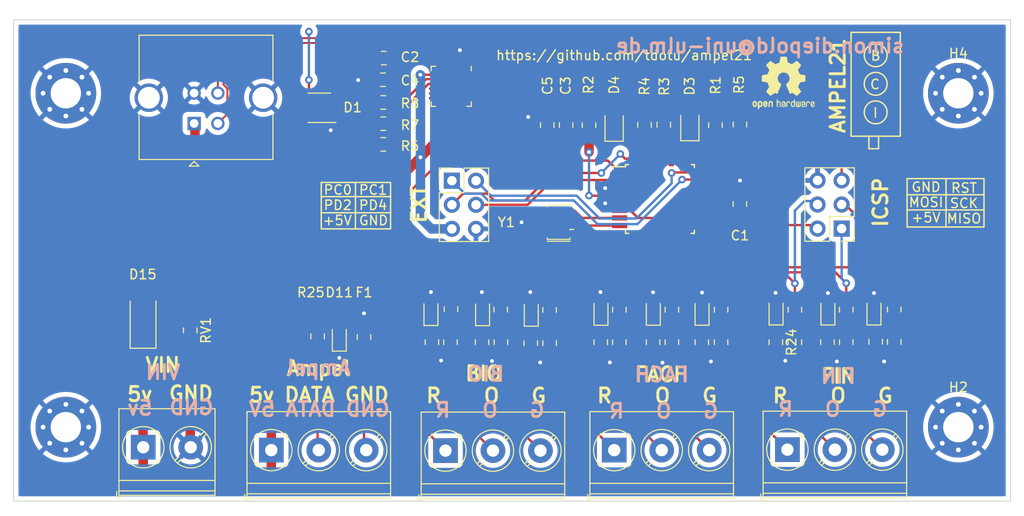
<source format=kicad_pcb>
(kicad_pcb (version 20200811) (host pcbnew "5.99.0-unknown-a0c54951d~102~ubuntu18.04.1")
  (layers (0 "F.Cu" signal) (31 "B.Cu" signal) (34 "B.Paste" user) (35 "F.Paste" user) (36 "B.SilkS" user) (37 "F.SilkS" user) (38 "B.Mask" user) (39 "F.Mask" user) (44 "Edge.Cuts" user))
  (net 0 "")
  (net 1 "Net-(C1-Pad2)")
  (net 2 "GND")
  (net 3 "CP2102_VDD")
  (net 4 "+5V")
  (net 5 "D-")
  (net 6 "D+")
  (net 7 "Net-(D3-Pad2)")
  (net 8 "Net-(D3-Pad1)")
  (net 9 "Net-(D4-Pad2)")
  (net 10 "Net-(D4-Pad1)")
  (net 11 "FIN_GREEN")
  (net 12 "FIN_YELLOW")
  (net 13 "FIN_RED")
  (net 14 "BIO_GREEN")
  (net 15 "BIO_YELLOW")
  (net 16 "BIO_RED")
  (net 17 "FACH_GREEN")
  (net 18 "FACH_YELLOW")
  (net 19 "FACH_RED")
  (net 20 "DATA")
  (net 21 "RST")
  (net 22 "Net-(R6-Pad2)")
  (net 23 "VBUS_DET")
  (net 24 "Net-(R9-Pad1)")
  (net 25 "Net-(R10-Pad1)")
  (net 26 "Net-(R11-Pad1)")
  (net 27 "Net-(R15-Pad1)")
  (net 28 "Net-(R16-Pad1)")
  (net 29 "Net-(R17-Pad1)")
  (net 30 "MISO")
  (net 31 "SCK")
  (net 32 "MOSI")
  (net 33 "TXD")
  (net 34 "RXD")
  (net 35 "Net-(J7-Pad2)")
  (net 36 "VBUS")
  (net 37 "Net-(U1-Pad8)")
  (net 38 "Net-(U1-Pad7)")
  (net 39 "Net-(F1-Pad2)")
  (net 40 "PD4")
  (net 41 "PD2")
  (net 42 "PC1")
  (net 43 "PC0")
  (module "Capacitor_SMD:C_0805_2012Metric" (layer "F.Cu") (at 181.991 86.6648 -90)
    (fp_text reference "C1" (at 3.3352 -0.009 180) (layer "F.SilkS"))
    (fp_text value "100nF")
    (pad "1" smd roundrect (at -0.9375 0 270) (size 0.975 1.4) (layers "F.Cu" "F.Paste" "F.Mask") (net 2 "GND"))
    (pad "2" smd roundrect (at 0.9375 0 270) (size 0.975 1.4) (layers "F.Cu" "F.Paste" "F.Mask") (net 1 "Net-(C1-Pad2)"))
  )
  (module "Resistor_SMD:R_0805_2012Metric" (layer "F.Cu") (at 185.7756 101.2444 -90)
    (fp_text reference "R24" (at 0 -1.65 90) (layer "F.SilkS"))
    (fp_text value "R")
    (pad "1" smd roundrect (at -0.9375 0 270) (size 0.975 1.4) (layers "F.Cu" "F.Paste" "F.Mask") (net 13 "FIN_RED"))
    (pad "2" smd roundrect (at 0.9375 0 270) (size 0.975 1.4) (layers "F.Cu" "F.Paste" "F.Mask") (net 2 "GND"))
  )
  (module "Capacitor_SMD:C_0805_2012Metric" (layer "F.Cu") (at 161.9504 101.346 -90)
    (fp_text reference "C8" hide)
    (fp_text value "C")
    (pad "1" smd roundrect (at -0.9375 0 270) (size 0.975 1.4) (layers "F.Cu" "F.Paste" "F.Mask") (net 14 "BIO_GREEN"))
    (pad "2" smd roundrect (at 0.9375 0 270) (size 0.975 1.4) (layers "F.Cu" "F.Paste" "F.Mask") (net 2 "GND"))
  )
  (module "Resistor_SMD:R_0805_2012Metric" (layer "F.Cu") (at 172.847 101.2444 -90)
    (fp_text reference "R28" hide)
    (fp_text value "R")
    (pad "1" smd roundrect (at -0.9375 0 270) (size 0.975 1.4) (layers "F.Cu" "F.Paste" "F.Mask") (net 18 "FACH_YELLOW"))
    (pad "2" smd roundrect (at 0.9375 0 270) (size 0.975 1.4) (layers "F.Cu" "F.Paste" "F.Mask") (net 2 "GND"))
  )
  (module "Resistor_SMD:R_0805_2012Metric" (layer "F.Cu") (at 137.5156 100.6349 -90)
    (fp_text reference "R25" (at -4.6349 0.7156 180) (layer "F.SilkS"))
    (fp_text value "330R")
    (pad "1" smd roundrect (at -0.9375 0 270) (size 0.975 1.4) (layers "F.Cu" "F.Paste" "F.Mask") (net 20 "DATA"))
    (pad "2" smd roundrect (at 0.9375 0 270) (size 0.975 1.4) (layers "F.Cu" "F.Paste" "F.Mask") (net 35 "Net-(J7-Pad2)"))
  )
  (module "Diode_SMD:D_0603_1608Metric" (layer "F.Cu") (at 172.8724 97.9678 90)
    (fp_text reference "D13" hide)
    (fp_text value "D_TVS")
    (pad "1" smd roundrect (at -0.7875 0 90) (size 0.875 0.95) (layers "F.Cu" "F.Paste" "F.Mask") (net 18 "FACH_YELLOW"))
    (pad "2" smd roundrect (at 0.7875 0 90) (size 0.875 0.95) (layers "F.Cu" "F.Paste" "F.Mask") (net 2 "GND"))
  )
  (module "TerminalBlock_Phoenix:TerminalBlock_Phoenix_PT-1,5-3-5.0-H_1x03_P5.00mm_Horizontal" (layer "F.Cu") (at 132.6388 112.6236)
    (fp_text reference "J7" hide)
    (fp_text value "Screw_Terminal_01x03")
    (pad "1" thru_hole rect (at 0 0) (size 2.6 2.6) (drill 1.3) (layers *.Cu *.Mask) (net 4 "+5V"))
    (pad "2" thru_hole circle (at 5 0) (size 2.6 2.6) (drill 1.3) (layers *.Cu *.Mask) (net 35 "Net-(J7-Pad2)"))
    (pad "3" thru_hole circle (at 10 0) (size 2.6 2.6) (drill 1.3) (layers *.Cu *.Mask) (net 39 "Net-(F1-Pad2)"))
  )
  (module "TerminalBlock_Phoenix:TerminalBlock_Phoenix_PT-1,5-3-5.0-H_1x03_P5.00mm_Horizontal" (layer "F.Cu") (at 168.7576 112.6236)
    (fp_text reference "J5" hide)
    (fp_text value "Screw_Terminal_01x03")
    (pad "1" thru_hole rect (at 0 0) (size 2.6 2.6) (drill 1.3) (layers *.Cu *.Mask) (net 19 "FACH_RED"))
    (pad "2" thru_hole circle (at 5 0) (size 2.6 2.6) (drill 1.3) (layers *.Cu *.Mask) (net 18 "FACH_YELLOW"))
    (pad "3" thru_hole circle (at 10 0) (size 2.6 2.6) (drill 1.3) (layers *.Cu *.Mask) (net 17 "FACH_GREEN"))
  )
  (module "Capacitor_SMD:C_0805_2012Metric" (layer "F.Cu") (at 151.511 101.2444 -90)
    (fp_text reference "C13" hide)
    (fp_text value "C")
    (pad "1" smd roundrect (at -0.9375 0 270) (size 0.975 1.4) (layers "F.Cu" "F.Paste" "F.Mask") (net 16 "BIO_RED"))
    (pad "2" smd roundrect (at 0.9375 0 270) (size 0.975 1.4) (layers "F.Cu" "F.Paste" "F.Mask") (net 2 "GND"))
  )
  (module "LED_SMD:LED_0805_2012Metric" (layer "F.Cu") (at 176.7208 78.3212 90)
    (fp_text reference "D3" (at 4.064 -0.0254 90) (layer "F.SilkS"))
    (fp_text value "LED")
    (pad "1" smd roundrect (at -0.9375 0 90) (size 0.975 1.4) (layers "F.Cu" "F.Paste" "F.Mask") (net 8 "Net-(D3-Pad1)"))
    (pad "2" smd roundrect (at 0.9375 0 90) (size 0.975 1.4) (layers "F.Cu" "F.Paste" "F.Mask") (net 7 "Net-(D3-Pad2)"))
  )
  (module "Connector_PinHeader_2.54mm:PinHeader_2x03_P2.54mm_Vertical" (layer "F.Cu") (at 151.66 84.22)
    (fp_text reference "J8" hide)
    (fp_text value "Conn_02x03_Counter_Clockwise")
    (pad "1" thru_hole rect (at 0 0) (size 1.7 1.7) (drill 1) (layers *.Cu *.Mask) (net 43 "PC0"))
    (pad "2" thru_hole oval (at 2.54 0) (size 1.7 1.7) (drill 1) (layers *.Cu *.Mask) (net 42 "PC1"))
    (pad "3" thru_hole oval (at 0 2.54) (size 1.7 1.7) (drill 1) (layers *.Cu *.Mask) (net 41 "PD2"))
    (pad "4" thru_hole oval (at 2.54 2.54) (size 1.7 1.7) (drill 1) (layers *.Cu *.Mask) (net 40 "PD4"))
    (pad "5" thru_hole oval (at 0 5.08) (size 1.7 1.7) (drill 1) (layers *.Cu *.Mask) (net 4 "+5V"))
    (pad "6" thru_hole oval (at 2.54 5.08) (size 1.7 1.7) (drill 1) (layers *.Cu *.Mask) (net 2 "GND"))
  )
  (module "Resistor_SMD:R_0805_2012Metric" (layer "F.Cu") (at 124.1 100 -90)
    (fp_text reference "RV1" (at 0 -1.65 90) (layer "F.SilkS"))
    (fp_text value "Varistor")
    (pad "1" smd roundrect (at -0.9375 0 270) (size 0.975 1.4) (layers "F.Cu" "F.Paste" "F.Mask") (net 4 "+5V"))
    (pad "2" smd roundrect (at 0.9375 0 270) (size 0.975 1.4) (layers "F.Cu" "F.Paste" "F.Mask") (net 2 "GND"))
  )
  (module "Resistor_SMD:R_0805_2012Metric" (layer "F.Cu") (at 149.5552 101.2444 -90)
    (fp_text reference "R26" hide)
    (fp_text value "R")
    (pad "1" smd roundrect (at -0.9375 0 270) (size 0.975 1.4) (layers "F.Cu" "F.Paste" "F.Mask") (net 16 "BIO_RED"))
    (pad "2" smd roundrect (at 0.9375 0 270) (size 0.975 1.4) (layers "F.Cu" "F.Paste" "F.Mask") (net 2 "GND"))
  )
  (module "Capacitor_SMD:C_0805_2012Metric" (layer "F.Cu") (at 144.4833 71.2946 180)
    (fp_text reference "C2" (at -2.7605 0.0984) (layer "F.SilkS"))
    (fp_text value "4.7uF")
    (pad "1" smd roundrect (at -0.9375 0 180) (size 0.975 1.4) (layers "F.Cu" "F.Paste" "F.Mask") (net 3 "CP2102_VDD"))
    (pad "2" smd roundrect (at 0.9375 0 180) (size 0.975 1.4) (layers "F.Cu" "F.Paste" "F.Mask") (net 2 "GND"))
  )
  (module "Resistor_SMD:R_0805_2012Metric" (layer "F.Cu") (at 156.8 97.8 -90)
    (fp_text reference "R16" hide)
    (fp_text value "R")
    (pad "1" smd roundrect (at -0.9375 0 270) (size 0.975 1.4) (layers "F.Cu" "F.Paste" "F.Mask") (net 28 "Net-(R16-Pad1)"))
    (pad "2" smd roundrect (at 0.9375 0 270) (size 0.975 1.4) (layers "F.Cu" "F.Paste" "F.Mask") (net 15 "BIO_YELLOW"))
  )
  (module "Diode_SMD:D_0603_1608Metric" (layer "F.Cu") (at 196.1134 97.9424 90)
    (fp_text reference "D5" hide)
    (fp_text value "D_TVS")
    (pad "1" smd roundrect (at -0.7875 0 90) (size 0.875 0.95) (layers "F.Cu" "F.Paste" "F.Mask") (net 11 "FIN_GREEN"))
    (pad "2" smd roundrect (at 0.7875 0 90) (size 0.875 0.95) (layers "F.Cu" "F.Paste" "F.Mask") (net 2 "GND"))
  )
  (module "Resistor_SMD:R_0805_2012Metric" (layer "F.Cu") (at 154.8384 101.2444 -90)
    (fp_text reference "R23" hide)
    (fp_text value "R")
    (pad "1" smd roundrect (at -0.9375 0 270) (size 0.975 1.4) (layers "F.Cu" "F.Paste" "F.Mask") (net 15 "BIO_YELLOW"))
    (pad "2" smd roundrect (at 0.9375 0 270) (size 0.975 1.4) (layers "F.Cu" "F.Paste" "F.Mask") (net 2 "GND"))
  )
  (module "Resistor_SMD:R_0805_2012Metric" (layer "F.Cu") (at 191.2112 101.2444 -90)
    (fp_text reference "R21" hide)
    (fp_text value "R")
    (pad "1" smd roundrect (at -0.9375 0 270) (size 0.975 1.4) (layers "F.Cu" "F.Paste" "F.Mask") (net 12 "FIN_YELLOW"))
    (pad "2" smd roundrect (at 0.9375 0 270) (size 0.975 1.4) (layers "F.Cu" "F.Paste" "F.Mask") (net 2 "GND"))
  )
  (module "Resistor_SMD:R_0805_2012Metric" (layer "F.Cu") (at 177.9778 101.2444 -90)
    (fp_text reference "R27" hide)
    (fp_text value "R")
    (pad "1" smd roundrect (at -0.9375 0 270) (size 0.975 1.4) (layers "F.Cu" "F.Paste" "F.Mask") (net 17 "FACH_GREEN"))
    (pad "2" smd roundrect (at 0.9375 0 270) (size 0.975 1.4) (layers "F.Cu" "F.Paste" "F.Mask") (net 2 "GND"))
  )
  (module "Resistor_SMD:R_0805_2012Metric" (layer "F.Cu") (at 169.291 97.8154 -90)
    (fp_text reference "R9" hide)
    (fp_text value "R")
    (pad "1" smd roundrect (at -0.9375 0 270) (size 0.975 1.4) (layers "F.Cu" "F.Paste" "F.Mask") (net 24 "Net-(R9-Pad1)"))
    (pad "2" smd roundrect (at 0.9375 0 270) (size 0.975 1.4) (layers "F.Cu" "F.Paste" "F.Mask") (net 19 "FACH_RED"))
  )
  (module "Resistor_SMD:R_0805_2012Metric" (layer "F.Cu") (at 144.4325 80.3878)
    (fp_text reference "R6" (at 2.8113 0.181) (layer "F.SilkS"))
    (fp_text value "1k")
    (pad "1" smd roundrect (at -0.9375 0) (size 0.975 1.4) (layers "F.Cu" "F.Paste" "F.Mask") (net 3 "CP2102_VDD"))
    (pad "2" smd roundrect (at 0.9375 0) (size 0.975 1.4) (layers "F.Cu" "F.Paste" "F.Mask") (net 22 "Net-(R6-Pad2)"))
  )
  (module "Resistor_SMD:R_0805_2012Metric" (layer "F.Cu") (at 198.247 97.79 -90)
    (fp_text reference "R14" hide)
    (fp_text value "R")
    (pad "1" smd roundrect (at -0.9375 0 270) (size 0.975 1.4) (layers "F.Cu" "F.Paste" "F.Mask") (net 31 "SCK"))
    (pad "2" smd roundrect (at 0.9375 0 270) (size 0.975 1.4) (layers "F.Cu" "F.Paste" "F.Mask") (net 11 "FIN_GREEN"))
  )
  (module "TerminalBlock_Phoenix:TerminalBlock_Phoenix_PT-1,5-3-5.0-H_1x03_P5.00mm_Horizontal" (layer "F.Cu") (at 186.9948 112.5728)
    (fp_text reference "J3" hide)
    (fp_text value "Screw_Terminal_01x03")
    (pad "1" thru_hole rect (at 0 0) (size 2.6 2.6) (drill 1.3) (layers *.Cu *.Mask) (net 13 "FIN_RED"))
    (pad "2" thru_hole circle (at 5 0) (size 2.6 2.6) (drill 1.3) (layers *.Cu *.Mask) (net 12 "FIN_YELLOW"))
    (pad "3" thru_hole circle (at 10 0) (size 2.6 2.6) (drill 1.3) (layers *.Cu *.Mask) (net 11 "FIN_GREEN"))
  )
  (module "Symbol:OSHW-Logo2_7.3x6mm_SilkScreen" (layer "F.Cu") (at 186.6 73.9)
    (fp_text reference "REF**" hide)
    (fp_text value "OSHW-Logo2_7.3x6mm_SilkScreen" hide)
  )
  (module "Resistor_SMD:R_0805_2012Metric" (layer "F.Cu") (at 193.1924 97.8154 -90)
    (fp_text reference "R13" hide)
    (fp_text value "R")
    (pad "1" smd roundrect (at -0.9375 0 270) (size 0.975 1.4) (layers "F.Cu" "F.Paste" "F.Mask") (net 30 "MISO"))
    (pad "2" smd roundrect (at 0.9375 0 270) (size 0.975 1.4) (layers "F.Cu" "F.Paste" "F.Mask") (net 12 "FIN_YELLOW"))
  )
  (module "Diode_SMD:D_0603_1608Metric" (layer "F.Cu") (at 191.262 97.9424 90)
    (fp_text reference "D7" hide)
    (fp_text value "D_TVS")
    (pad "1" smd roundrect (at -0.7875 0 90) (size 0.875 0.95) (layers "F.Cu" "F.Paste" "F.Mask") (net 12 "FIN_YELLOW"))
    (pad "2" smd roundrect (at 0.7875 0 90) (size 0.875 0.95) (layers "F.Cu" "F.Paste" "F.Mask") (net 2 "GND"))
  )
  (module "Resistor_SMD:R_0805_2012Metric" (layer "F.Cu") (at 151.5618 97.7646 -90)
    (fp_text reference "R15" hide)
    (fp_text value "R")
    (pad "1" smd roundrect (at -0.9375 0 270) (size 0.975 1.4) (layers "F.Cu" "F.Paste" "F.Mask") (net 27 "Net-(R15-Pad1)"))
    (pad "2" smd roundrect (at 0.9375 0 270) (size 0.975 1.4) (layers "F.Cu" "F.Paste" "F.Mask") (net 16 "BIO_RED"))
  )
  (module "Resistor_SMD:R_0805_2012Metric" (layer "F.Cu") (at 182 78.3 90)
    (fp_text reference "R5" (at 4.2 -0.1 90) (layer "F.SilkS"))
    (fp_text value "10k")
    (pad "1" smd roundrect (at -0.9375 0 90) (size 0.975 1.4) (layers "F.Cu" "F.Paste" "F.Mask") (net 4 "+5V"))
    (pad "2" smd roundrect (at 0.9375 0 90) (size 0.975 1.4) (layers "F.Cu" "F.Paste" "F.Mask") (net 21 "RST"))
  )
  (module "Resistor_SMD:R_0805_2012Metric" (layer "F.Cu") (at 180.0098 97.8154 -90)
    (fp_text reference "R11" hide)
    (fp_text value "R")
    (pad "1" smd roundrect (at -0.9375 0 270) (size 0.975 1.4) (layers "F.Cu" "F.Paste" "F.Mask") (net 26 "Net-(R11-Pad1)"))
    (pad "2" smd roundrect (at 0.9375 0 270) (size 0.975 1.4) (layers "F.Cu" "F.Paste" "F.Mask") (net 17 "FACH_GREEN"))
  )
  (module "Capacitor_SMD:C_0805_2012Metric" (layer "F.Cu") (at 161.7 78.3625 -90)
    (fp_text reference "C5" (at -4.1625 -0.0318 90) (layer "F.SilkS"))
    (fp_text value "0.1uF")
    (pad "1" smd roundrect (at -0.9375 0 270) (size 0.975 1.4) (layers "F.Cu" "F.Paste" "F.Mask") (net 2 "GND"))
    (pad "2" smd roundrect (at 0.9375 0 270) (size 0.975 1.4) (layers "F.Cu" "F.Paste" "F.Mask") (net 4 "+5V"))
  )
  (module "Resistor_SMD:R_0805_2012Metric" (layer "F.Cu") (at 159.9692 101.346 -90)
    (fp_text reference "R20" hide)
    (fp_text value "R")
    (pad "1" smd roundrect (at -0.9375 0 270) (size 0.975 1.4) (layers "F.Cu" "F.Paste" "F.Mask") (net 14 "BIO_GREEN"))
    (pad "2" smd roundrect (at 0.9375 0 270) (size 0.975 1.4) (layers "F.Cu" "F.Paste" "F.Mask") (net 2 "GND"))
  )
  (module "Resistor_SMD:R_0805_2012Metric" (layer "F.Cu") (at 167.3352 101.2444 -90)
    (fp_text reference "R29" hide)
    (fp_text value "R")
    (pad "1" smd roundrect (at -0.9375 0 270) (size 0.975 1.4) (layers "F.Cu" "F.Paste" "F.Mask") (net 19 "FACH_RED"))
    (pad "2" smd roundrect (at 0.9375 0 270) (size 0.975 1.4) (layers "F.Cu" "F.Paste" "F.Mask") (net 2 "GND"))
  )
  (module "Diode_SMD:D_0603_1608Metric" (layer "F.Cu") (at 185.801 97.9424 90)
    (fp_text reference "D9" hide)
    (fp_text value "D_TVS")
    (pad "1" smd roundrect (at -0.7875 0 90) (size 0.875 0.95) (layers "F.Cu" "F.Paste" "F.Mask") (net 13 "FIN_RED"))
    (pad "2" smd roundrect (at 0.7875 0 90) (size 0.875 0.95) (layers "F.Cu" "F.Paste" "F.Mask") (net 2 "GND"))
  )
  (module "MountingHole:MountingHole_3.2mm_M3_Pad_Via" (layer "F.Cu") (at 111 110.2)
    (fp_text reference "H3" hide)
    (fp_text value "MountingHole_Pad")
    (pad "1" thru_hole circle (at 1.697056 1.697056) (size 0.8 0.8) (drill 0.5) (layers *.Cu *.Mask) (net 2 "GND"))
    (pad "1" thru_hole circle (at 0 0) (size 6.4 6.4) (drill 3.2) (layers *.Cu *.Mask) (net 2 "GND"))
    (pad "1" thru_hole circle (at 2.4 0) (size 0.8 0.8) (drill 0.5) (layers *.Cu *.Mask) (net 2 "GND"))
    (pad "1" thru_hole circle (at -1.697056 1.697056) (size 0.8 0.8) (drill 0.5) (layers *.Cu *.Mask) (net 2 "GND"))
    (pad "1" thru_hole circle (at 1.697056 -1.697056) (size 0.8 0.8) (drill 0.5) (layers *.Cu *.Mask) (net 2 "GND"))
    (pad "1" thru_hole circle (at 0 2.4) (size 0.8 0.8) (drill 0.5) (layers *.Cu *.Mask) (net 2 "GND"))
    (pad "1" thru_hole circle (at -2.4 0) (size 0.8 0.8) (drill 0.5) (layers *.Cu *.Mask) (net 2 "GND"))
    (pad "1" thru_hole circle (at -1.697056 -1.697056) (size 0.8 0.8) (drill 0.5) (layers *.Cu *.Mask) (net 2 "GND"))
    (pad "1" thru_hole circle (at 0 -2.4) (size 0.8 0.8) (drill 0.5) (layers *.Cu *.Mask) (net 2 "GND"))
  )
  (module "Connector_PinHeader_2.54mm:PinHeader_2x03_P2.54mm_Vertical" (layer "F.Cu") (at 192.7098 89.27 180)
    (fp_text reference "J2" hide)
    (fp_text value "Conn_02x03_Counter_Clockwise")
    (pad "1" thru_hole rect (at 0 0 180) (size 1.7 1.7) (drill 1) (layers *.Cu *.Mask) (net 30 "MISO"))
    (pad "2" thru_hole oval (at 2.54 0 180) (size 1.7 1.7) (drill 1) (layers *.Cu *.Mask) (net 4 "+5V"))
    (pad "3" thru_hole oval (at 0 2.54 180) (size 1.7 1.7) (drill 1) (layers *.Cu *.Mask) (net 31 "SCK"))
    (pad "4" thru_hole oval (at 2.54 2.54 180) (size 1.7 1.7) (drill 1) (layers *.Cu *.Mask) (net 32 "MOSI"))
    (pad "5" thru_hole oval (at 0 5.08 180) (size 1.7 1.7) (drill 1) (layers *.Cu *.Mask) (net 21 "RST"))
    (pad "6" thru_hole oval (at 2.54 5.08 180) (size 1.7 1.7) (drill 1) (layers *.Cu *.Mask) (net 2 "GND"))
  )
  (module "Diode_SMD:D_0603_1608Metric" (layer "F.Cu") (at 160.0176 98.0717 90)
    (fp_text reference "D6" hide)
    (fp_text value "D_TVS")
    (pad "1" smd roundrect (at -0.7875 0 90) (size 0.875 0.95) (layers "F.Cu" "F.Paste" "F.Mask") (net 14 "BIO_GREEN"))
    (pad "2" smd roundrect (at 0.7875 0 90) (size 0.875 0.95) (layers "F.Cu" "F.Paste" "F.Mask") (net 2 "GND"))
  )
  (module "Resistor_SMD:R_0805_2012Metric" (layer "F.Cu") (at 144.4325 75.9682 180)
    (fp_text reference "R8" (at -2.8113 -0.1048) (layer "F.SilkS"))
    (fp_text value "47.5k")
    (pad "1" smd roundrect (at -0.9375 0 180) (size 0.975 1.4) (layers "F.Cu" "F.Paste" "F.Mask") (net 23 "VBUS_DET"))
    (pad "2" smd roundrect (at 0.9375 0 180) (size 0.975 1.4) (layers "F.Cu" "F.Paste" "F.Mask") (net 2 "GND"))
  )
  (module "Resistor_SMD:R_0805_2012Metric" (layer "F.Cu") (at 144.4325 78.2034)
    (fp_text reference "R7" (at 2.8113 0.1556) (layer "F.SilkS"))
    (fp_text value "22.1k")
    (pad "1" smd roundrect (at -0.9375 0) (size 0.975 1.4) (layers "F.Cu" "F.Paste" "F.Mask") (net 36 "VBUS"))
    (pad "2" smd roundrect (at 0.9375 0) (size 0.975 1.4) (layers "F.Cu" "F.Paste" "F.Mask") (net 23 "VBUS_DET"))
  )
  (module "Package_TO_SOT_SMD:SOT-143" (layer "F.Cu") (at 137.7 76.53 180)
    (fp_text reference "D1" (at -3.5 0.03) (layer "F.SilkS"))
    (fp_text value "SP0503BAHT")
    (pad "1" smd rect (at -1.1 -0.77 90) (size 1.2 1.4) (layers "F.Cu" "F.Paste" "F.Mask") (net 2 "GND"))
    (pad "2" smd rect (at -1.1 0.95 90) (size 1 1.4) (layers "F.Cu" "F.Paste" "F.Mask") (net 5 "D-"))
    (pad "3" smd rect (at 1.1 0.95 90) (size 1 1.4) (layers "F.Cu" "F.Paste" "F.Mask") (net 6 "D+"))
    (pad "4" smd rect (at 1.1 -0.95 90) (size 1 1.4) (layers "F.Cu" "F.Paste" "F.Mask") (net 36 "VBUS"))
  )
  (module "Crystal:Resonator_SMD_muRata_CSTxExxV-3Pin_3.0x1.1mm_HandSoldering" (layer "F.Cu") (at 162.9 88.6 90)
    (fp_text reference "Y1" (at 0 -5.5) (layer "F.SilkS"))
    (fp_text value "Crystal_GND2")
    (pad "1" smd rect (at -1.2 0 90) (size 0.4 3.2) (layers "F.Cu" "F.Paste" "F.Mask") (net 37 "Net-(U1-Pad8)"))
    (pad "2" smd rect (at 0 0 90) (size 0.4 3.2) (layers "F.Cu" "F.Paste" "F.Mask") (net 2 "GND"))
    (pad "3" smd rect (at 1.2 0 90) (size 0.4 3.2) (layers "F.Cu" "F.Paste" "F.Mask") (net 38 "Net-(U1-Pad7)"))
  )
  (module "MountingHole:MountingHole_3.2mm_M3_Pad_Via" (layer "F.Cu") (at 205 110.2)
    (fp_text reference "H2" (at 0 -4.2) (layer "F.SilkS"))
    (fp_text value "MountingHole_Pad")
    (pad "1" thru_hole circle (at 1.697056 1.697056) (size 0.8 0.8) (drill 0.5) (layers *.Cu *.Mask) (net 2 "GND"))
    (pad "1" thru_hole circle (at 0 0) (size 6.4 6.4) (drill 3.2) (layers *.Cu *.Mask) (net 2 "GND"))
    (pad "1" thru_hole circle (at 2.4 0) (size 0.8 0.8) (drill 0.5) (layers *.Cu *.Mask) (net 2 "GND"))
    (pad "1" thru_hole circle (at -1.697056 1.697056) (size 0.8 0.8) (drill 0.5) (layers *.Cu *.Mask) (net 2 "GND"))
    (pad "1" thru_hole circle (at 1.697056 -1.697056) (size 0.8 0.8) (drill 0.5) (layers *.Cu *.Mask) (net 2 "GND"))
    (pad "1" thru_hole circle (at 0 2.4) (size 0.8 0.8) (drill 0.5) (layers *.Cu *.Mask) (net 2 "GND"))
    (pad "1" thru_hole circle (at -2.4 0) (size 0.8 0.8) (drill 0.5) (layers *.Cu *.Mask) (net 2 "GND"))
    (pad "1" thru_hole circle (at -1.697056 -1.697056) (size 0.8 0.8) (drill 0.5) (layers *.Cu *.Mask) (net 2 "GND"))
    (pad "1" thru_hole circle (at 0 -2.4) (size 0.8 0.8) (drill 0.5) (layers *.Cu *.Mask) (net 2 "GND"))
  )
  (module "Resistor_SMD:R_0805_2012Metric" (layer "F.Cu") (at 171.9456 78.3212 90)
    (fp_text reference "R4" (at 4.064 0 90) (layer "F.SilkS"))
    (fp_text value "1k")
    (pad "1" smd roundrect (at -0.9375 0 90) (size 0.975 1.4) (layers "F.Cu" "F.Paste" "F.Mask") (net 10 "Net-(D4-Pad1)"))
    (pad "2" smd roundrect (at 0.9375 0 90) (size 0.975 1.4) (layers "F.Cu" "F.Paste" "F.Mask") (net 34 "RXD"))
  )
  (module "Diode_SMD:D_0603_1608Metric" (layer "F.Cu") (at 149.4536 98 90)
    (fp_text reference "D10" hide)
    (fp_text value "D_TVS")
    (pad "1" smd roundrect (at -0.7875 0 90) (size 0.875 0.95) (layers "F.Cu" "F.Paste" "F.Mask") (net 16 "BIO_RED"))
    (pad "2" smd roundrect (at 0.7875 0 90) (size 0.875 0.95) (layers "F.Cu" "F.Paste" "F.Mask") (net 2 "GND"))
  )
  (module "Capacitor_SMD:C_0805_2012Metric" (layer "F.Cu") (at 144.4013 73.5762 180)
    (fp_text reference "C4" (at -2.8425 -0.0838) (layer "F.SilkS"))
    (fp_text value "0.1uF")
    (pad "1" smd roundrect (at -0.9375 0 180) (size 0.975 1.4) (layers "F.Cu" "F.Paste" "F.Mask") (net 3 "CP2102_VDD"))
    (pad "2" smd roundrect (at 0.9375 0 180) (size 0.975 1.4) (layers "F.Cu" "F.Paste" "F.Mask") (net 2 "GND"))
  )
  (module "Resistor_SMD:R_0805_2012Metric" (layer "F.Cu") (at 173.9776 78.3212 90)
    (fp_text reference "R3" (at 4.0386 0.0508 90) (layer "F.SilkS"))
    (fp_text value "1k")
    (pad "1" smd roundrect (at -0.9375 0 90) (size 0.975 1.4) (layers "F.Cu" "F.Paste" "F.Mask") (net 8 "Net-(D3-Pad1)"))
    (pad "2" smd roundrect (at 0.9375 0 90) (size 0.975 1.4) (layers "F.Cu" "F.Paste" "F.Mask") (net 33 "TXD"))
  )
  (module "Diode_SMD:D_0603_1608Metric" (layer "F.Cu") (at 178.0032 97.9678 90)
    (fp_text reference "D12" hide)
    (fp_text value "D_TVS")
    (pad "1" smd roundrect (at -0.7875 0 90) (size 0.875 0.95) (layers "F.Cu" "F.Paste" "F.Mask") (net 17 "FACH_GREEN"))
    (pad "2" smd roundrect (at 0.7875 0 90) (size 0.875 0.95) (layers "F.Cu" "F.Paste" "F.Mask") (net 2 "GND"))
  )
  (module "Capacitor_SMD:C_0805_2012Metric" (layer "F.Cu") (at 180.0098 101.2444 -90)
    (fp_text reference "C14" hide)
    (fp_text value "C")
    (pad "1" smd roundrect (at -0.9375 0 270) (size 0.975 1.4) (layers "F.Cu" "F.Paste" "F.Mask") (net 17 "FACH_GREEN"))
    (pad "2" smd roundrect (at 0.9375 0 270) (size 0.975 1.4) (layers "F.Cu" "F.Paste" "F.Mask") (net 2 "GND"))
  )
  (module "TerminalBlock_Phoenix:TerminalBlock_Phoenix_PT-1,5-3-5.0-H_1x03_P5.00mm_Horizontal" (layer "F.Cu") (at 150.9852 112.6744)
    (fp_text reference "J4" hide)
    (fp_text value "Screw_Terminal_01x03")
    (pad "1" thru_hole rect (at 0 0) (size 2.6 2.6) (drill 1.3) (layers *.Cu *.Mask) (net 16 "BIO_RED"))
    (pad "2" thru_hole circle (at 5 0) (size 2.6 2.6) (drill 1.3) (layers *.Cu *.Mask) (net 15 "BIO_YELLOW"))
    (pad "3" thru_hole circle (at 10 0) (size 2.6 2.6) (drill 1.3) (layers *.Cu *.Mask) (net 14 "BIO_GREEN"))
  )
  (module "MountingHole:MountingHole_3.2mm_M3_Pad_Via" (layer "F.Cu") (at 111 75)
    (fp_text reference "H1" hide)
    (fp_text value "MountingHole_Pad")
    (pad "1" thru_hole circle (at 1.697056 1.697056) (size 0.8 0.8) (drill 0.5) (layers *.Cu *.Mask) (net 2 "GND"))
    (pad "1" thru_hole circle (at 0 0) (size 6.4 6.4) (drill 3.2) (layers *.Cu *.Mask) (net 2 "GND"))
    (pad "1" thru_hole circle (at 2.4 0) (size 0.8 0.8) (drill 0.5) (layers *.Cu *.Mask) (net 2 "GND"))
    (pad "1" thru_hole circle (at -1.697056 1.697056) (size 0.8 0.8) (drill 0.5) (layers *.Cu *.Mask) (net 2 "GND"))
    (pad "1" thru_hole circle (at 1.697056 -1.697056) (size 0.8 0.8) (drill 0.5) (layers *.Cu *.Mask) (net 2 "GND"))
    (pad "1" thru_hole circle (at 0 2.4) (size 0.8 0.8) (drill 0.5) (layers *.Cu *.Mask) (net 2 "GND"))
    (pad "1" thru_hole circle (at -2.4 0) (size 0.8 0.8) (drill 0.5) (layers *.Cu *.Mask) (net 2 "GND"))
    (pad "1" thru_hole circle (at -1.697056 -1.697056) (size 0.8 0.8) (drill 0.5) (layers *.Cu *.Mask) (net 2 "GND"))
    (pad "1" thru_hole circle (at 0 -2.4) (size 0.8 0.8) (drill 0.5) (layers *.Cu *.Mask) (net 2 "GND"))
  )
  (module "Capacitor_SMD:C_0805_2012Metric" (layer "F.Cu") (at 163.6938 78.3625 90)
    (fp_text reference "C3" (at 4.1625 -0.0508 90) (layer "F.SilkS"))
    (fp_text value "4.7uF")
    (pad "1" smd roundrect (at -0.9375 0 90) (size 0.975 1.4) (layers "F.Cu" "F.Paste" "F.Mask") (net 4 "+5V"))
    (pad "2" smd roundrect (at 0.9375 0 90) (size 0.975 1.4) (layers "F.Cu" "F.Paste" "F.Mask") (net 2 "GND"))
  )
  (module "Resistor_SMD:R_0805_2012Metric" (layer "F.Cu") (at 166.1036 78.372 90)
    (fp_text reference "R2" (at 4.2672 -0.0508 270) (layer "F.SilkS"))
    (fp_text value "1k")
    (pad "1" smd roundrect (at -0.9375 0 90) (size 0.975 1.4) (layers "F.Cu" "F.Paste" "F.Mask") (net 4 "+5V"))
    (pad "2" smd roundrect (at 0.9375 0 90) (size 0.975 1.4) (layers "F.Cu" "F.Paste" "F.Mask") (net 9 "Net-(D4-Pad2)"))
  )
  (module "Resistor_SMD:R_0805_2012Metric" (layer "F.Cu") (at 161.948 97.8432 -90)
    (fp_text reference "R17" hide)
    (fp_text value "R")
    (pad "1" smd roundrect (at -0.9375 0 270) (size 0.975 1.4) (layers "F.Cu" "F.Paste" "F.Mask") (net 29 "Net-(R17-Pad1)"))
    (pad "2" smd roundrect (at 0.9375 0 270) (size 0.975 1.4) (layers "F.Cu" "F.Paste" "F.Mask") (net 14 "BIO_GREEN"))
  )
  (module "MountingHole:MountingHole_3.2mm_M3_Pad_Via" (layer "F.Cu") (at 205 75)
    (fp_text reference "H4" (at 0 -4.2) (layer "F.SilkS"))
    (fp_text value "MountingHole_Pad")
    (pad "1" thru_hole circle (at 1.697056 1.697056) (size 0.8 0.8) (drill 0.5) (layers *.Cu *.Mask) (net 2 "GND"))
    (pad "1" thru_hole circle (at 0 0) (size 6.4 6.4) (drill 3.2) (layers *.Cu *.Mask) (net 2 "GND"))
    (pad "1" thru_hole circle (at 2.4 0) (size 0.8 0.8) (drill 0.5) (layers *.Cu *.Mask) (net 2 "GND"))
    (pad "1" thru_hole circle (at -1.697056 1.697056) (size 0.8 0.8) (drill 0.5) (layers *.Cu *.Mask) (net 2 "GND"))
    (pad "1" thru_hole circle (at 1.697056 -1.697056) (size 0.8 0.8) (drill 0.5) (layers *.Cu *.Mask) (net 2 "GND"))
    (pad "1" thru_hole circle (at 0 2.4) (size 0.8 0.8) (drill 0.5) (layers *.Cu *.Mask) (net 2 "GND"))
    (pad "1" thru_hole circle (at -2.4 0) (size 0.8 0.8) (drill 0.5) (layers *.Cu *.Mask) (net 2 "GND"))
    (pad "1" thru_hole circle (at -1.697056 -1.697056) (size 0.8 0.8) (drill 0.5) (layers *.Cu *.Mask) (net 2 "GND"))
    (pad "1" thru_hole circle (at 0 -2.4) (size 0.8 0.8) (drill 0.5) (layers *.Cu *.Mask) (net 2 "GND"))
  )
  (module "Capacitor_SMD:C_0805_2012Metric" (layer "F.Cu") (at 174.8282 101.2444 -90)
    (fp_text reference "C15" hide)
    (fp_text value "C")
    (pad "1" smd roundrect (at -0.9375 0 270) (size 0.975 1.4) (layers "F.Cu" "F.Paste" "F.Mask") (net 18 "FACH_YELLOW"))
    (pad "2" smd roundrect (at 0.9375 0 270) (size 0.975 1.4) (layers "F.Cu" "F.Paste" "F.Mask") (net 2 "GND"))
  )
  (module "Connector_USB:USB_B_TE_5787834_Vertical" (layer "F.Cu") (at 124.5108 78.1812 180)
    (fp_text reference "J1" hide)
    (fp_text value "USB_B")
    (pad "1" thru_hole rect (at 0 0 180) (size 1.4 1.4) (drill 0.92) (layers *.Cu *.Mask) (net 36 "VBUS"))
    (pad "2" thru_hole circle (at -2.5 0 180) (size 1.4 1.4) (drill 0.92) (layers *.Cu *.Mask) (net 5 "D-"))
    (pad "3" thru_hole circle (at -2.5 3.2 180) (size 1.4 1.4) (drill 0.92) (layers *.Cu *.Mask) (net 6 "D+"))
    (pad "4" thru_hole circle (at 0 3.2 180) (size 1.4 1.4) (drill 0.92) (layers *.Cu *.Mask) (net 2 "GND"))
    (pad "5" thru_hole circle (at 4.77 2.71 180) (size 3 3) (drill 2.3) (layers *.Cu *.Mask) (net 2 "GND"))
    (pad "5" thru_hole circle (at -7.27 2.71 180) (size 3 3) (drill 2.3) (layers *.Cu *.Mask) (net 2 "GND"))
  )
  (module "Capacitor_SMD:C_0805_2012Metric" (layer "F.Cu") (at 187.7822 101.2444 -90)
    (fp_text reference "C11" hide)
    (fp_text value "C")
    (pad "1" smd roundrect (at -0.9375 0 270) (size 0.975 1.4) (layers "F.Cu" "F.Paste" "F.Mask") (net 13 "FIN_RED"))
    (pad "2" smd roundrect (at 0.9375 0 270) (size 0.975 1.4) (layers "F.Cu" "F.Paste" "F.Mask") (net 2 "GND"))
  )
  (module "Capacitor_SMD:C_0805_2012Metric" (layer "F.Cu") (at 193.1924 101.2444 -90)
    (fp_text reference "C9" hide)
    (fp_text value "C")
    (pad "1" smd roundrect (at -0.9375 0 270) (size 0.975 1.4) (layers "F.Cu" "F.Paste" "F.Mask") (net 12 "FIN_YELLOW"))
    (pad "2" smd roundrect (at 0.9375 0 270) (size 0.975 1.4) (layers "F.Cu" "F.Paste" "F.Mask") (net 2 "GND"))
  )
  (module "TerminalBlock_Phoenix:TerminalBlock_Phoenix_PT-1,5-2-5.0-H_1x02_P5.00mm_Horizontal" (layer "F.Cu") (at 119.1514 112.3188)
    (fp_text reference "J6" hide)
    (fp_text value "Screw_Terminal_01x02")
    (pad "1" thru_hole rect (at 0 0) (size 2.6 2.6) (drill 1.3) (layers *.Cu *.Mask) (net 4 "+5V"))
    (pad "2" thru_hole circle (at 5 0) (size 2.6 2.6) (drill 1.3) (layers *.Cu *.Mask) (net 2 "GND"))
  )
  (module "Fuse:Fuse_0805_2012Metric" (layer "F.Cu") (at 142.4 100.7 -90)
    (fp_text reference "F1" (at -4.7 0 180) (layer "F.SilkS"))
    (fp_text value "Polyfuse")
    (pad "1" smd roundrect (at -0.9375 0 270) (size 0.975 1.4) (layers "F.Cu" "F.Paste" "F.Mask") (net 2 "GND"))
    (pad "2" smd roundrect (at 0.9375 0 270) (size 0.975 1.4) (layers "F.Cu" "F.Paste" "F.Mask") (net 39 "Net-(F1-Pad2)"))
  )
  (module "Capacitor_SMD:C_0805_2012Metric" (layer "F.Cu") (at 198.247 101.219 -90)
    (fp_text reference "C7" hide)
    (fp_text value "C")
    (pad "1" smd roundrect (at -0.9375 0 270) (size 0.975 1.4) (layers "F.Cu" "F.Paste" "F.Mask") (net 11 "FIN_GREEN"))
    (pad "2" smd roundrect (at 0.9375 0 270) (size 0.975 1.4) (layers "F.Cu" "F.Paste" "F.Mask") (net 2 "GND"))
  )
  (module "Resistor_SMD:R_0805_2012Metric" (layer "F.Cu") (at 187.7822 97.8154 -90)
    (fp_text reference "R12" hide)
    (fp_text value "R")
    (pad "1" smd roundrect (at -0.9375 0 270) (size 0.975 1.4) (layers "F.Cu" "F.Paste" "F.Mask") (net 32 "MOSI"))
    (pad "2" smd roundrect (at 0.9375 0 270) (size 0.975 1.4) (layers "F.Cu" "F.Paste" "F.Mask") (net 13 "FIN_RED"))
  )
  (module "Capacitor_SMD:C_0805_2012Metric" (layer "F.Cu") (at 169.291 101.2444 -90)
    (fp_text reference "C16" hide)
    (fp_text value "C")
    (pad "1" smd roundrect (at -0.9375 0 270) (size 0.975 1.4) (layers "F.Cu" "F.Paste" "F.Mask") (net 19 "FACH_RED"))
    (pad "2" smd roundrect (at 0.9375 0 270) (size 0.975 1.4) (layers "F.Cu" "F.Paste" "F.Mask") (net 2 "GND"))
  )
  (module "Diode_SMD:D_0603_1608Metric" (layer "F.Cu") (at 167.3606 97.9678 90)
    (fp_text reference "D14" hide)
    (fp_text value "D_TVS")
    (pad "1" smd roundrect (at -0.7875 0 90) (size 0.875 0.95) (layers "F.Cu" "F.Paste" "F.Mask") (net 19 "FACH_RED"))
    (pad "2" smd roundrect (at 0.7875 0 90) (size 0.875 0.95) (layers "F.Cu" "F.Paste" "F.Mask") (net 2 "GND"))
  )
  (module "Capacitor_SMD:C_0805_2012Metric" (layer "F.Cu") (at 156.8196 101.2444 -90)
    (fp_text reference "C10" hide)
    (fp_text value "C")
    (pad "1" smd roundrect (at -0.9375 0 270) (size 0.975 1.4) (layers "F.Cu" "F.Paste" "F.Mask") (net 15 "BIO_YELLOW"))
    (pad "2" smd roundrect (at 0.9375 0 270) (size 0.975 1.4) (layers "F.Cu" "F.Paste" "F.Mask") (net 2 "GND"))
  )
  (module "Diode_SMD:D_SOD-128" (layer "F.Cu") (at 119.13125 98.8 90)
    (fp_text reference "D15" (at 4.7 -0.03125) (layer "F.SilkS"))
    (fp_text value "D_Schottky")
    (pad "1" smd rect (at -2.2 0 90) (size 1.4 2.1) (layers "F.Cu" "F.Paste" "F.Mask") (net 4 "+5V"))
    (pad "2" smd rect (at 2.2 0 90) (size 1.4 2.1) (layers "F.Cu" "F.Paste" "F.Mask") (net 36 "VBUS"))
  )
  (module "Resistor_SMD:R_0805_2012Metric" (layer "F.Cu") (at 174.8282 97.8154 -90)
    (fp_text reference "R10" hide)
    (fp_text value "R")
    (pad "1" smd roundrect (at -0.9375 0 270) (size 0.975 1.4) (layers "F.Cu" "F.Paste" "F.Mask") (net 25 "Net-(R10-Pad1)"))
    (pad "2" smd roundrect (at 0.9375 0 270) (size 0.975 1.4) (layers "F.Cu" "F.Paste" "F.Mask") (net 18 "FACH_YELLOW"))
  )
  (module "LED_SMD:LED_0805_2012Metric" (layer "F.Cu") (at 168.7452 78.372 90)
    (fp_text reference "D4" (at 4.2418 0 90) (layer "F.SilkS"))
    (fp_text value "LED")
    (pad "1" smd roundrect (at -0.9375 0 90) (size 0.975 1.4) (layers "F.Cu" "F.Paste" "F.Mask") (net 10 "Net-(D4-Pad1)"))
    (pad "2" smd roundrect (at 0.9375 0 90) (size 0.975 1.4) (layers "F.Cu" "F.Paste" "F.Mask") (net 9 "Net-(D4-Pad2)"))
  )
  (module "Package_DFN_QFN:QFN-24-1EP_4x4mm_P0.5mm_EP2.6x2.6mm" (layer "F.Cu") (at 151.5872 74.2696 -90)
    (fp_text reference "U2" hide)
    (fp_text value "CP2102N-A01-GQFN24")
    (pad "1" smd roundrect (at -1.9375 -1.25 270) (size 0.825 0.25) (layers "F.Cu" "F.Paste" "F.Mask"))
    (pad "2" smd roundrect (at -1.9375 -0.75 270) (size 0.825 0.25) (layers "F.Cu" "F.Paste" "F.Mask") (net 2 "GND"))
    (pad "3" smd roundrect (at -1.9375 -0.25 270) (size 0.825 0.25) (layers "F.Cu" "F.Paste" "F.Mask") (net 6 "D+"))
    (pad "4" smd roundrect (at -1.9375 0.25 270) (size 0.825 0.25) (layers "F.Cu" "F.Paste" "F.Mask") (net 5 "D-"))
    (pad "5" smd roundrect (at -1.9375 0.75 270) (size 0.825 0.25) (layers "F.Cu" "F.Paste" "F.Mask") (net 3 "CP2102_VDD"))
    (pad "6" smd roundrect (at -1.9375 1.25 270) (size 0.825 0.25) (layers "F.Cu" "F.Paste" "F.Mask") (net 3 "CP2102_VDD"))
    (pad "7" smd roundrect (at -1.25 1.9375 270) (size 0.25 0.825) (layers "F.Cu" "F.Paste" "F.Mask") (net 4 "+5V"))
    (pad "8" smd roundrect (at -0.75 1.9375 270) (size 0.25 0.825) (layers "F.Cu" "F.Paste" "F.Mask") (net 23 "VBUS_DET"))
    (pad "9" smd roundrect (at -0.25 1.9375 270) (size 0.25 0.825) (layers "F.Cu" "F.Paste" "F.Mask") (net 22 "Net-(R6-Pad2)"))
    (pad "10" smd roundrect (at 0.25 1.9375 270) (size 0.25 0.825) (layers "F.Cu" "F.Paste" "F.Mask"))
    (pad "11" smd roundrect (at 0.75 1.9375 270) (size 0.25 0.825) (layers "F.Cu" "F.Paste" "F.Mask"))
    (pad "12" smd roundrect (at 1.25 1.9375 270) (size 0.25 0.825) (layers "F.Cu" "F.Paste" "F.Mask"))
    (pad "13" smd roundrect (at 1.9375 1.25 270) (size 0.825 0.25) (layers "F.Cu" "F.Paste" "F.Mask"))
    (pad "14" smd roundrect (at 1.9375 0.75 270) (size 0.825 0.25) (layers "F.Cu" "F.Paste" "F.Mask"))
    (pad "15" smd roundrect (at 1.9375 0.25 270) (size 0.825 0.25) (layers "F.Cu" "F.Paste" "F.Mask"))
    (pad "16" smd roundrect (at 1.9375 -0.25 270) (size 0.825 0.25) (layers "F.Cu" "F.Paste" "F.Mask"))
    (pad "17" smd roundrect (at 1.9375 -0.75 270) (size 0.825 0.25) (layers "F.Cu" "F.Paste" "F.Mask"))
    (pad "18" smd roundrect (at 1.9375 -1.25 270) (size 0.825 0.25) (layers "F.Cu" "F.Paste" "F.Mask"))
    (pad "19" smd roundrect (at 1.25 -1.9375 270) (size 0.25 0.825) (layers "F.Cu" "F.Paste" "F.Mask"))
    (pad "20" smd roundrect (at 0.75 -1.9375 270) (size 0.25 0.825) (layers "F.Cu" "F.Paste" "F.Mask") (net 34 "RXD"))
    (pad "21" smd roundrect (at 0.25 -1.9375 270) (size 0.25 0.825) (layers "F.Cu" "F.Paste" "F.Mask") (net 33 "TXD"))
    (pad "22" smd roundrect (at -0.25 -1.9375 270) (size 0.25 0.825) (layers "F.Cu" "F.Paste" "F.Mask"))
    (pad "23" smd roundrect (at -0.75 -1.9375 270) (size 0.25 0.825) (layers "F.Cu" "F.Paste" "F.Mask"))
    (pad "24" smd roundrect (at -1.25 -1.9375 270) (size 0.25 0.825) (layers "F.Cu" "F.Paste" "F.Mask"))
    (pad "25" smd rect (at 0 0 270) (size 2.6 2.6) (layers "F.Cu" "F.Mask") (net 2 "GND"))
  )
  (module "Resistor_SMD:R_0805_2012Metric" (layer "F.Cu") (at 196.2912 101.1936 -90)
    (fp_text reference "R18" hide)
    (fp_text value "R")
    (pad "1" smd roundrect (at -0.9375 0 270) (size 0.975 1.4) (layers "F.Cu" "F.Paste" "F.Mask") (net 11 "FIN_GREEN"))
    (pad "2" smd roundrect (at 0.9375 0 270) (size 0.975 1.4) (layers "F.Cu" "F.Paste" "F.Mask") (net 2 "GND"))
  )
  (module "Resistor_SMD:R_0805_2012Metric" (layer "F.Cu") (at 179.4132 78.372 90)
    (fp_text reference "R1" (at 4.2164 0.0254 90) (layer "F.SilkS"))
    (fp_text value "1k")
    (pad "1" smd roundrect (at -0.9375 0 90) (size 0.975 1.4) (layers "F.Cu" "F.Paste" "F.Mask") (net 4 "+5V"))
    (pad "2" smd roundrect (at 0.9375 0 90) (size 0.975 1.4) (layers "F.Cu" "F.Paste" "F.Mask") (net 7 "Net-(D3-Pad2)"))
  )
  (module "Package_QFP:TQFP-32_7x7mm_P0.8mm" (layer "F.Cu") (at 173.5712 86.1444)
    (fp_text reference "U1" hide)
    (fp_text value "ATmega328P-AU")
    (pad "1" smd rect (at -4.25 -2.8) (size 1.6 0.55) (layers "F.Cu" "F.Paste" "F.Mask") (net 20 "DATA"))
    (pad "2" smd rect (at -4.25 -2) (size 1.6 0.55) (layers "F.Cu" "F.Paste" "F.Mask") (net 40 "PD4"))
    (pad "3" smd rect (at -4.25 -1.2) (size 1.6 0.55) (layers "F.Cu" "F.Paste" "F.Mask") (net 2 "GND"))
    (pad "4" smd rect (at -4.25 -0.4) (size 1.6 0.55) (layers "F.Cu" "F.Paste" "F.Mask") (net 4 "+5V"))
    (pad "5" smd rect (at -4.25 0.4) (size 1.6 0.55) (layers "F.Cu" "F.Paste" "F.Mask") (net 2 "GND"))
    (pad "6" smd rect (at -4.25 1.2) (size 1.6 0.55) (layers "F.Cu" "F.Paste" "F.Mask") (net 4 "+5V"))
    (pad "7" smd rect (at -4.25 2) (size 1.6 0.55) (layers "F.Cu" "F.Paste" "F.Mask") (net 38 "Net-(U1-Pad7)"))
    (pad "8" smd rect (at -4.25 2.8) (size 1.6 0.55) (layers "F.Cu" "F.Paste" "F.Mask") (net 37 "Net-(U1-Pad8)"))
    (pad "9" smd rect (at -2.8 4.25 90) (size 1.6 0.55) (layers "F.Cu" "F.Paste" "F.Mask") (net 27 "Net-(R15-Pad1)"))
    (pad "10" smd rect (at -2 4.25 90) (size 1.6 0.55) (layers "F.Cu" "F.Paste" "F.Mask") (net 28 "Net-(R16-Pad1)"))
    (pad "11" smd rect (at -1.2 4.25 90) (size 1.6 0.55) (layers "F.Cu" "F.Paste" "F.Mask") (net 29 "Net-(R17-Pad1)"))
    (pad "12" smd rect (at -0.4 4.25 90) (size 1.6 0.55) (layers "F.Cu" "F.Paste" "F.Mask") (net 24 "Net-(R9-Pad1)"))
    (pad "13" smd rect (at 0.4 4.25 90) (size 1.6 0.55) (layers "F.Cu" "F.Paste" "F.Mask") (net 25 "Net-(R10-Pad1)"))
    (pad "14" smd rect (at 1.2 4.25 90) (size 1.6 0.55) (layers "F.Cu" "F.Paste" "F.Mask") (net 26 "Net-(R11-Pad1)"))
    (pad "15" smd rect (at 2 4.25 90) (size 1.6 0.55) (layers "F.Cu" "F.Paste" "F.Mask") (net 32 "MOSI"))
    (pad "16" smd rect (at 2.8 4.25 90) (size 1.6 0.55) (layers "F.Cu" "F.Paste" "F.Mask") (net 30 "MISO"))
    (pad "17" smd rect (at 4.25 2.8) (size 1.6 0.55) (layers "F.Cu" "F.Paste" "F.Mask") (net 31 "SCK"))
    (pad "18" smd rect (at 4.25 2) (size 1.6 0.55) (layers "F.Cu" "F.Paste" "F.Mask") (net 4 "+5V"))
    (pad "19" smd rect (at 4.25 1.2) (size 1.6 0.55) (layers "F.Cu" "F.Paste" "F.Mask"))
    (pad "20" smd rect (at 4.25 0.4) (size 1.6 0.55) (layers "F.Cu" "F.Paste" "F.Mask") (net 1 "Net-(C1-Pad2)"))
    (pad "21" smd rect (at 4.25 -0.4) (size 1.6 0.55) (layers "F.Cu" "F.Paste" "F.Mask") (net 2 "GND"))
    (pad "22" smd rect (at 4.25 -1.2) (size 1.6 0.55) (layers "F.Cu" "F.Paste" "F.Mask"))
    (pad "23" smd rect (at 4.25 -2) (size 1.6 0.55) (layers "F.Cu" "F.Paste" "F.Mask") (net 43 "PC0"))
    (pad "24" smd rect (at 4.25 -2.8) (size 1.6 0.55) (layers "F.Cu" "F.Paste" "F.Mask") (net 42 "PC1"))
    (pad "25" smd rect (at 2.8 -4.25 90) (size 1.6 0.55) (layers "F.Cu" "F.Paste" "F.Mask"))
    (pad "26" smd rect (at 2 -4.25 90) (size 1.6 0.55) (layers "F.Cu" "F.Paste" "F.Mask"))
    (pad "27" smd rect (at 1.2 -4.25 90) (size 1.6 0.55) (layers "F.Cu" "F.Paste" "F.Mask"))
    (pad "28" smd rect (at 0.4 -4.25 90) (size 1.6 0.55) (layers "F.Cu" "F.Paste" "F.Mask"))
    (pad "29" smd rect (at -0.4 -4.25 90) (size 1.6 0.55) (layers "F.Cu" "F.Paste" "F.Mask") (net 21 "RST"))
    (pad "30" smd rect (at -1.2 -4.25 90) (size 1.6 0.55) (layers "F.Cu" "F.Paste" "F.Mask") (net 8 "Net-(D3-Pad1)"))
    (pad "31" smd rect (at -2 -4.25 90) (size 1.6 0.55) (layers "F.Cu" "F.Paste" "F.Mask") (net 10 "Net-(D4-Pad1)"))
    (pad "32" smd rect (at -2.8 -4.25 90) (size 1.6 0.55) (layers "F.Cu" "F.Paste" "F.Mask") (net 41 "PD2"))
  )
  (module "Diode_SMD:D_0603_1608Metric" (layer "F.Cu") (at 139.8 100.7 90)
    (fp_text reference "D11" (at 4.7 0 180) (layer "F.SilkS"))
    (fp_text value "D_TVS")
    (pad "1" smd roundrect (at -0.7875 0 90) (size 0.875 0.95) (layers "F.Cu" "F.Paste" "F.Mask") (net 2 "GND"))
    (pad "2" smd roundrect (at 0.7875 0 90) (size 0.875 0.95) (layers "F.Cu" "F.Paste" "F.Mask") (net 20 "DATA"))
  )
  (module "Diode_SMD:D_0603_1608Metric" (layer "F.Cu") (at 154.8892 98.0186 90)
    (fp_text reference "D8" hide)
    (fp_text value "D_TVS")
    (pad "1" smd roundrect (at -0.7875 0 90) (size 0.875 0.95) (layers "F.Cu" "F.Paste" "F.Mask") (net 15 "BIO_YELLOW"))
    (pad "2" smd roundrect (at 0.7875 0 90) (size 0.875 0.95) (layers "F.Cu" "F.Paste" "F.Mask") (net 2 "GND"))
  )
  (gr_line (start 195.58 79.502) (end 195.58 80.8482) (layer "F.SilkS") (width 0.15))
  (gr_line (start 141.5 84.4) (end 141.5 89.3) (layer "F.SilkS") (width 0.15))
  (gr_rect (start 193.7004 68.58) (end 198.882 79.5274) (layer "F.SilkS") (width 0.15))
  (gr_line (start 203.7 84) (end 203.7 89.1) (layer "F.SilkS") (width 0.15))
  (gr_rect (start 199.6 84) (end 207.7 89.1) (layer "F.SilkS") (width 0.15))
  (gr_circle (center 196.2912 70.993) (end 197.104 71.882) (layer "F.SilkS") (width 0.15))
  (gr_line (start 199.6 85.7) (end 207.7 85.7) (layer "F.SilkS") (width 0.15))
  (gr_line (start 195.58 80.8482) (end 196.596 80.8482) (layer "F.SilkS") (width 0.15))
  (gr_line (start 137.9 85.9) (end 145.2 85.9) (layer "F.SilkS") (width 0.15))
  (gr_line (start 199.6 87.3) (end 207.7 87.3) (layer "F.SilkS") (width 0.15))
  (gr_circle (center 196.2912 74.0029) (end 197.49576 74.0029) (layer "F.SilkS") (width 0.15))
  (gr_rect (start 137.9 84.4) (end 145.2 89.3) (layer "F.SilkS") (width 0.15))
  (gr_line (start 196.596 80.8482) (end 196.596 79.5782) (layer "F.SilkS") (width 0.15))
  (gr_line (start 137.9 87.6) (end 145.2 87.6) (layer "F.SilkS") (width 0.15))
  (gr_circle (center 196.2912 77.0128) (end 197.49576 77.0128) (layer "F.SilkS") (width 0.15))
  (gr_rect (start 210.5 118) (end 105.5 67.25) (layer "Edge.Cuts") (width 0.1))
  (gr_text "G   O   R" (at 155.67 108.4056) (layer "B.SilkS") (effects (font (size 1.5 1.5) (thickness 0.3)) (justify mirror)))
  (gr_text "simon.diepold@uni-ulm.de" (at 184.1 70) (layer "B.SilkS") (effects (font (size 1.5 1.5) (thickness 0.3)) (justify mirror)))
  (gr_text "BIO" (at 155.2448 104.5972) (layer "B.SilkS") (effects (font (size 1.5 1.5) (thickness 0.3)) (justify mirror)))
  (gr_text "G   O   R" (at 191.77 108.3056) (layer "B.SilkS") (effects (font (size 1.5 1.5) (thickness 0.3)) (justify mirror)))
  (gr_text "GND" (at 124.2314 108.1278) (layer "B.SilkS") (effects (font (size 1.5 1.5) (thickness 0.3)) (justify mirror)))
  (gr_text "GND DATA 5V" (at 137.6934 108.3056) (layer "B.SilkS") (effects (font (size 1.5 1.5) (thickness 0.3)) (justify mirror)))
  (gr_text "Ampel" (at 137.6172 103.9368) (layer "B.SilkS") (effects (font (size 1.5 1.5) (thickness 0.3)) (justify mirror)))
  (gr_text "5v" (at 118.7958 108.1786) (layer "B.SilkS") (effects (font (size 1.5 1.5) (thickness 0.3)) (justify mirror)))
  (gr_text "FIN" (at 192.3542 104.8258) (layer "B.SilkS") (effects (font (size 1.5 1.5) (thickness 0.3)) (justify mirror)))
  (gr_text "FACH" (at 173.7614 104.6734) (layer "B.SilkS") (effects (font (size 1.5 1.5) (thickness 0.3)) (justify mirror)))
  (gr_text "VIN" (at 121.2342 104.4194) (layer "B.SilkS") (effects (font (size 1.5 1.5) (thickness 0.3)) (justify mirror)))
  (gr_text "G   O   R" (at 173.97 108.5056) (layer "B.SilkS") (effects (font (size 1.5 1.5) (thickness 0.3)) (justify mirror)))
  (gr_text "R    O   G" (at 155.27 106.8832) (layer "F.SilkS") (effects (font (size 1.5 1.5) (thickness 0.3))))
  (gr_text "BIO" (at 154.9908 104.5464) (layer "F.SilkS") (effects (font (size 1.5 1.5) (thickness 0.3))))
  (gr_text "R    O   G" (at 191.77 106.8832) (layer "F.SilkS") (effects (font (size 1.5 1.5) (thickness 0.3))))
  (gr_text "B" (at 196.2912 71.0438) (layer "F.SilkS") (effects (font (size 1 1))))
  (gr_text "PC0 PC1\nPD2 PD4\n+5V GND" (at 141.5 86.8) (layer "F.SilkS") (effects (font (size 1 1))))
  (gr_text "AMPEL21" (at 192.3034 74.1934 90) (layer "F.SilkS") (effects (font (size 1.5 1.5) (thickness 0.3))))
  (gr_text "GND" (at 124.1806 106.6546) (layer "F.SilkS") (effects (font (size 1.5 1.5) (thickness 0.3))))
  (gr_text "5v DATA GND" (at 137.668 106.807) (layer "F.SilkS") (effects (font (size 1.5 1.5) (thickness 0.3))))
  (gr_text "ICSP" (at 196.8 86.5 90) (layer "F.SilkS") (effects (font (size 1.5 1.5) (thickness 0.3))))
  (gr_text "Ampel" (at 137.6426 104.013) (layer "F.SilkS") (effects (font (size 1.5 1.5) (thickness 0.3))))
  (gr_text "EXT" (at 148.2 86.7 90) (layer "F.SilkS") (effects (font (size 1.5 1.5) (thickness 0.3))))
  (gr_text "R    O   G" (at 173.27 106.8832) (layer "F.SilkS") (effects (font (size 1.5 1.5) (thickness 0.3))))
  (gr_text "GND\nMOSI\n+5V" (at 201.6 86.5) (layer "F.SilkS") (effects (font (size 1 1))))
  (gr_text "5v" (at 118.7958 106.7308) (layer "F.SilkS") (effects (font (size 1.5 1.5) (thickness 0.3))))
  (gr_text "FIN" (at 192.3542 104.8258) (layer "F.SilkS") (effects (font (size 1.5 1.5) (thickness 0.3))))
  (gr_text "C" (at 196.215 74.0664) (layer "F.SilkS") (effects (font (size 1 1))))
  (gr_text "FACH" (at 173.7614 104.648) (layer "F.SilkS") (effects (font (size 1.5 1.5) (thickness 0.3))))
  (gr_text "VIN" (at 121.2088 103.6574) (layer "F.SilkS") (effects (font (size 1.5 1.5) (thickness 0.3))))
  (gr_text "https://github.com/tdotu/ampel21" (at 169.8 71) (layer "F.SilkS") (effects (font (size 1 1))))
  (gr_text "RST\nSCK\nMISO" (at 205.6 86.6) (layer "F.SilkS") (effects (font (size 1 1))))
  (gr_text "I" (at 196.2658 77.0636) (layer "F.SilkS") (effects (font (size 1 1))))
  (segment (start 179.1528 86.5444) (end 180.2107 87.6023) (width 0.25) (layer "F.Cu") (net 1))
  (segment (start 177.8507 86.5739) (end 177.8212 86.5444) (width 0.25) (layer "F.Cu") (net 1))
  (segment (start 177.8212 86.5444) (end 179.1528 86.5444) (width 0.25) (layer "F.Cu") (net 1))
  (segment (start 180.2107 87.6023) (end 181.991 87.6023) (width 0.25) (layer "F.Cu") (net 1))
  (segment (start 155.8798 103.2256) (end 155.8798 102.3112) (width 0.25) (layer "F.Cu") (net 2))
  (segment (start 178.9961 103.2233) (end 178.943 103.2764) (width 0.25) (layer "F.Cu") (net 2))
  (segment (start 124.1 100.9375) (end 124.1 112.2674) (width 1) (layer "F.Cu") (net 2))
  (segment (start 197.1571 102.1819) (end 196.1642 102.1819) (width 0.25) (layer "F.Cu") (net 2))
  (segment (start 155.9075 102.2835) (end 154.8384 102.2835) (width 0.25) (layer "F.Cu") (net 2))
  (segment (start 159.9438 97.2104) (end 160.0176 97.2842) (width 0.25) (layer "F.Cu") (net 2))
  (segment (start 185.7502 96.0374) (end 185.7502 97.1041) (width 0.25) (layer "F.Cu") (net 2))
  (segment (start 149.4536 95.9612) (end 149.4536 97.3327) (width 0.25) (layer "F.Cu") (net 2))
  (segment (start 124.1 112.2674) (end 124.1514 112.3188) (width 1) (layer "F.Cu") (net 2))
  (segment (start 160.0648 77.425) (end 159.775 77.425) (width 0.25) (layer "F.Cu") (net 2))
  (segment (start 139.8 102.9) (end 139.8 101.4875) (width 0.25) (layer "F.Cu") (net 2))
  (segment (start 167.3352 102.1819) (end 168.3535 102.1819) (width 0.25) (layer "F.Cu") (net 2))
  (segment (start 163.6938 77.425) (end 161.8682 77.425) (width 0.25) (layer "F.Cu") (net 2))
  (segment (start 177.8212 85.7444) (end 181.9739 85.7444) (width 0.25) (layer "F.Cu") (net 2))
  (segment (start 138.8 78.8) (end 138.9 78.9) (width 0.25) (layer "F.Cu") (net 2))
  (segment (start 159.9438 95.9358) (end 159.9438 97.2104) (width 0.25) (layer "F.Cu") (net 2))
  (segment (start 161.8682 77.425) (end 160.0648 77.425) (width 0.25) (layer "F.Cu") (net 2))
  (segment (start 167.3098 95.9612) (end 167.3098 97.1295) (width 0.25) (layer "F.Cu") (net 2))
  (segment (start 186.7685 102.1819) (end 186.7685 103.1979) (width 0.25) (layer "F.Cu") (net 2))
  (segment (start 186.7685 102.1819) (end 187.7822 102.1819) (width 0.25) (layer "F.Cu") (net 2))
  (segment (start 161.036 102.2604) (end 159.9414 102.2604) (width 0.25) (layer "F.Cu") (net 2))
  (segment (start 138.8 77.3) (end 138.8 78.8) (width 0.25) (layer "F.Cu") (net 2))
  (segment (start 169.2656 86.6) (end 169.3212 86.5444) (width 0.25) (layer "F.Cu") (net 2))
  (segment (start 169.2656 85) (end 169.3212 84.9444) (width 0.25) (layer "F.Cu") (net 2))
  (segment (start 185.7756 102.1819) (end 186.7685 102.1819) (width 0.25) (layer "F.Cu") (net 2))
  (segment (start 131.8944 75.4712) (end 131.7808 75.4712) (width 0.25) (layer "F.Cu") (net 2))
  (segment (start 141.7828 73.6092) (end 143.4308 73.6092) (width 0.25) (layer "F.Cu") (net 2))
  (segment (start 161.9226 102.2604) (end 161.036 102.2604) (width 0.25) (layer "F.Cu") (net 2))
  (segment (start 159.775 77.425) (end 159.7 77.5) (width 0.25) (layer "F.Cu") (net 2))
  (segment (start 150.5204 102.3112) (end 150.5227 102.3089) (width 0.25) (layer "F.Cu") (net 2))
  (segment (start 168.3535 102.1819) (end 168.3535 103.3249) (width 0.25) (layer "F.Cu") (net 2))
  (segment (start 172.847 102.1819) (end 173.8145 102.1819) (width 0.25) (layer "F.Cu") (net 2))
  (segment (start 167.8 85) (end 169.2656 85) (width 0.25) (layer "F.Cu") (net 2))
  (segment (start 192.2295 102.1819) (end 192.2295 103.2487) (width 0.25) (layer "F.Cu") (net 2))
  (segment (start 197.1571 103.2533) (end 197.1802 103.2764) (width 0.25) (layer "F.Cu") (net 2))
  (segment (start 173.8145 102.1819) (end 174.8282 102.1819) (width 0.25) (layer "F.Cu") (net 2))
  (segment (start 155.8798 102.3112) (end 155.9075 102.2835) (width 0.25) (layer "F.Cu") (net 2))
  (segment (start 154.813 95.9612) (end 154.813 97.1549) (width 0.25) (layer "F.Cu") (net 2))
  (segment (start 197.1571 102.1819) (end 197.1571 103.2533) (width 0.25) (layer "F.Cu") (net 2))
  (segment (start 181.991 84.209) (end 182 84.2) (width 0.25) (layer "F.Cu") (net 2))
  (segment (start 192.2295 103.2487) (end 192.2018 103.2764) (width 0.25) (layer "F.Cu") (net 2))
  (segment (start 191.262 96.0628) (end 191.262 97.1549) (width 0.25) (layer "F.Cu") (net 2))
  (segment (start 186.7685 103.1979) (end 186.7662 103.2002) (width 0.25) (layer "F.Cu") (net 2))
  (segment (start 142.4 98.2) (end 142.4 99.6625) (width 0.25) (layer "F.Cu") (net 2))
  (segment (start 152.3372 70.624) (end 152.3372 72.3321) (width 0.25) (layer "F.Cu") (net 2))
  (segment (start 185.7502 97.1041) (end 185.801 97.1549) (width 0.25) (layer "F.Cu") (net 2))
  (segment (start 119.2696 75) (end 119.7408 75.4712) (width 0.25) (layer "F.Cu") (net 2))
  (segment (start 167.3098 97.1295) (end 167.3606 97.1803) (width 0.25) (layer "F.Cu") (net 2))
  (segment (start 161.036 102.2604) (end 161.036 103.3018) (width 0.25) (layer "F.Cu") (net 2))
  (segment (start 143.4308 73.6092) (end 143.4638 73.5762) (width 0.25) (layer "F.Cu") (net 2))
  (segment (start 181.991 85.7273) (end 181.991 84.209) (width 0.25) (layer "F.Cu") (net 2))
  (segment (start 173.8145 103.3803) (end 173.8376 103.4034) (width 0.25) (layer "F.Cu") (net 2))
  (segment (start 172.847 97.1549) (end 172.8724 97.1803) (width 0.25) (layer "F.Cu") (net 2))
  (segment (start 191.2112 102.1819) (end 192.2295 102.1819) (width 0.25) (layer "F.Cu") (net 2))
  (segment (start 152.3372 73.5196) (end 151.5872 74.2696) (width 0.25) (layer "F.Cu") (net 2))
  (segment (start 172.847 95.9866) (end 172.847 97.1549) (width 0.25) (layer "F.Cu") (net 2))
  (segment (start 198.247 102.1819) (end 197.1571 102.1819) (width 0.25) (layer "F.Cu") (net 2))
  (segment (start 173.8145 102.1819) (end 173.8145 103.3803) (width 0.25) (layer "F.Cu") (net 2))
  (segment (start 192.2295 102.1819) (end 193.1924 102.1819) (width 0.25) (layer "F.Cu") (net 2))
  (segment (start 150.5204 103.1748) (end 150.5204 102.3112) (width 0.25) (layer "F.Cu") (net 2))
  (segment (start 196.1134 96.0628) (end 196.1134 97.1549) (width 0.25) (layer "F.Cu") (net 2))
  (segment (start 152.3372 72.3321) (end 152.3372 73.5196) (width 0.25) (layer "F.Cu") (net 2))
  (segment (start 143.5458 71.2946) (end 143.5458 75.9174) (width 0.25) (layer "F.Cu") (net 2))
  (segment (start 162.9 88.6) (end 159 88.6) (width 0.25) (layer "F.Cu") (net 2))
  (segment (start 143.5458 75.9174) (end 143.495 75.9682) (width 0.25) (layer "F.Cu") (net 2))
  (segment (start 178.9961 102.1819) (end 177.9778 102.1819) (width 0.25) (layer "F.Cu") (net 2))
  (segment (start 161.036 103.3018) (end 160.9598 103.378) (width 0.25) (layer "F.Cu") (net 2))
  (segment (start 168.3535 103.3249) (end 168.3004 103.378) (width 0.25) (layer "F.Cu") (net 2))
  (segment (start 156.8196 102.2835) (end 155.9075 102.2835) (width 0.25) (layer "F.Cu") (net 2))
  (segment (start 151.511 102.3089) (end 150.5227 102.3089) (width 0.25) (layer "F.Cu") (net 2))
  (segment (start 178.9961 102.1819) (end 178.9961 103.2233) (width 0.25) (layer "F.Cu") (net 2))
  (segment (start 149.5806 102.3089) (end 149.5552 102.2835) (width 0.25) (layer "F.Cu") (net 2))
  (segment (start 152.5016 70.4596) (end 152.3372 70.624) (width 0.25) (layer "F.Cu") (net 2))
  (segment (start 167.8 86.6) (end 169.2656 86.6) (width 0.25) (layer "F.Cu") (net 2))
  (segment (start 180.0098 102.1819) (end 178.9961 102.1819) (width 0.25) (layer "F.Cu") (net 2))
  (segment (start 150.5227 102.3089) (end 149.5806 102.3089) (width 0.25) (layer "F.Cu") (net 2))
  (segment (start 178.0032 96.012) (end 178.0032 97.1803) (width 0.25) (layer "F.Cu") (net 2))
  (segment (start 181.9739 85.7444) (end 181.991 85.7273) (width 0.25) (layer "F.Cu") (net 2))
  (segment (start 161.036 103.6066) (end 160.9828 103.6598) (width 0.25) (layer "F.Cu") (net 2))
  (segment (start 154.813 97.1549) (end 154.8892 97.2311) (width 0.25) (layer "F.Cu") (net 2))
  (segment (start 168.3535 102.1819) (end 169.291 102.1819) (width 0.25) (layer "F.Cu") (net 2))
  (segment (start 142.3 99.6625) (end 142.4 99.7625) (width 0.25) (layer "F.Cu") (net 2))
  (via (at 167.3098 95.9612) (size 0.8) (drill 0.4) (layers "F.Cu" "B.Cu") (net 2))
  (via (at 197.1802 103.2764) (size 0.8) (drill 0.4) (layers "F.Cu" "B.Cu") (net 2))
  (via (at 168.3004 103.378) (size 0.8) (drill 0.4) (layers "F.Cu" "B.Cu") (net 2))
  (via (at 178.943 103.2764) (size 0.8) (drill 0.4) (layers "F.Cu" "B.Cu") (net 2))
  (via (at 149.4536 95.9612) (size 0.8) (drill 0.4) (layers "F.Cu" "B.Cu") (net 2))
  (via (at 192.2018 103.2764) (size 0.8) (drill 0.4) (layers "F.Cu" "B.Cu") (net 2))
  (via (at 191.262 96.0628) (size 0.8) (drill 0.4) (layers "F.Cu" "B.Cu") (net 2))
  (via (at 150.5204 103.1748) (size 0.8) (drill 0.4) (layers "F.Cu" "B.Cu") (net 2))
  (via (at 159.9184 95.9612) (size 0.8) (drill 0.4) (layers "F.Cu" "B.Cu") (net 2))
  (via (at 196.1134 96.0628) (size 0.8) (drill 0.4) (layers "F.Cu" "B.Cu") (net 2))
  (via (at 155.8798 103.2256) (size 0.8) (drill 0.4) (layers "F.Cu" "B.Cu") (net 2))
  (via (at 186.7662 103.2002) (size 0.8) (drill 0.4) (layers "F.Cu" "B.Cu") (net 2))
  (via (at 142.4 98.2) (size 0.8) (drill 0.4) (layers "F.Cu" "B.Cu") (net 2))
  (via (at 185.7502 96.0374) (size 0.8) (drill 0.4) (layers "F.Cu" "B.Cu") (net 2))
  (via (at 182 84.2) (size 0.8) (drill 0.4) (layers "F.Cu" "B.Cu") (net 2))
  (via (at 154.813 95.9612) (size 0.8) (drill 0.4) (layers "F.Cu" "B.Cu") (net 2))
  (via (at 138.9 78.9) (size 0.8) (drill 0.4) (layers "F.Cu" "B.Cu") (net 2))
  (via (at 139.8 102.9) (size 0.8) (drill 0.4) (layers "F.Cu" "B.Cu") (net 2))
  (via (at 141.7828 73.6092) (size 0.8) (drill 0.4) (layers "F.Cu" "B.Cu") (net 2))
  (via (at 173.8376 103.4034) (size 0.8) (drill 0.4) (layers "F.Cu" "B.Cu") (net 2))
  (via (at 159 88.6) (size 0.8) (drill 0.4) (layers "F.Cu" "B.Cu") (net 2))
  (via (at 167.8 86.6) (size 0.8) (drill 0.4) (layers "F.Cu" "B.Cu") (net 2))
  (via (at 160.9598 103.378) (size 0.8) (drill 0.4) (layers "F.Cu" "B.Cu") (net 2))
  (via (at 167.8 85) (size 0.8) (drill 0.4) (layers "F.Cu" "B.Cu") (net 2))
  (via (at 152.5016 70.4596) (size 0.8) (drill 0.4) (layers "F.Cu" "B.Cu") (net 2))
  (via (at 172.847 95.9866) (size 0.8) (drill 0.4) (layers "F.Cu" "B.Cu") (net 2))
  (via (at 159.7 77.5) (size 0.8) (drill 0.4) (layers "F.Cu" "B.Cu") (net 2))
  (via (at 178.0032 96.012) (size 0.8) (drill 0.4) (layers "F.Cu" "B.Cu") (net 2))
  (segment (start 191.2366 96.0374) (end 191.262 96.0628) (width 0.25) (layer "B.Cu") (net 2))
  (segment (start 172.8216 95.9612) (end 172.847 95.9866) (width 0.25) (layer "B.Cu") (net 2))
  (segment (start 177.9778 95.9866) (end 178.0032 96.012) (width 0.25) (layer "B.Cu") (net 2))
  (segment (start 185.7248 96.012) (end 185.7502 96.0374) (width 0.25) (layer "B.Cu") (net 2))
  (segment (start 159.9184 95.9612) (end 159.9438 95.9358) (width 0.25) (layer "B.Cu") (net 2))
  (segment (start 143.495 80.3878) (end 144.4 79.4828) (width 0.25) (layer "F.Cu") (net 3))
  (segment (start 150.8372 72.3321) (end 150.5783 72.3321) (width 0.25) (layer "F.Cu") (net 3))
  (segment (start 144.4 74.515) (end 145.3388 73.5762) (width 0.25) (layer "F.Cu") (net 3))
  (segment (start 150.2442 71.2946) (end 150.5783 71.6287) (width 0.25) (layer "F.Cu") (net 3))
  (segment (start 145.3388 73.5762) (end 145.3388 71.3766) (width 0.25) (layer "F.Cu") (net 3))
  (segment (start 150.5783 71.6287) (end 150.5783 72.3321) (width 0.25) (layer "F.Cu") (net 3))
  (segment (start 144.4 79.4828) (end 144.4 74.515) (width 0.25) (layer "F.Cu") (net 3))
  (segment (start 145.3388 71.3766) (end 145.4208 71.2946) (width 0.25) (layer "F.Cu") (net 3))
  (segment (start 150.5783 72.3321) (end 150.3372 72.3321) (width 0.25) (layer "F.Cu") (net 3))
  (segment (start 145.4208 71.2946) (end 150.2442 71.2946) (width 0.25) (layer "F.Cu") (net 3))
  (segment (start 119.1514 112.3188) (end 119.1514 114.7514) (width 1) (layer "F.Cu") (net 4))
  (segment (start 169.3212 85.7444) (end 170.3712 85.7444) (width 0.25) (layer "F.Cu") (net 4))
  (segment (start 177.8212 88.1444) (end 176.2444 88.1444) (width 0.25) (layer "F.Cu") (net 4))
  (segment (start 149.8 80.3) (end 148.35 81.75) (width 0.25) (layer "F.Cu") (net 4))
  (segment (start 160.0902 79.2792) (end 150.8208 79.2792) (width 0.25) (layer "F.Cu") (net 4))
  (segment (start 118.7196 111.887) (end 119.1514 112.3188) (width 0.25) (layer "F.Cu") (net 4))
  (segment (start 166.117401 85.802601) (end 169.262999 85.802601) (width 0.25) (layer "F.Cu") (net 4))
  (segment (start 148.35 81.75) (end 132.6388 97.4612) (width 0.25) (layer "F.Cu") (net 4))
  (segment (start 132.6388 97.4612) (end 150.8208 79.2792) (width 1) (layer "F.Cu") (net 4))
  (segment (start 119.1514 114.7514) (end 121.2 116.8) (width 1) (layer "F.Cu") (net 4))
  (segment (start 131.5 116.8) (end 132.6388 115.6612) (width 1) (layer "F.Cu") (net 4))
  (segment (start 119.13125 112.29865) (end 119.1514 112.3188) (width 1) (layer "F.Cu") (net 4))
  (segment (start 170.4532 87.3444) (end 169.3212 87.3444) (width 0.25) (layer "F.Cu") (net 4))
  (segment (start 170.3712 85.7444) (end 170.6756 86.0488) (width 0.25) (layer "F.Cu") (net 4))
  (segment (start 170.6756 86.0488) (end 170.6756 87.04) (width 0.25) (layer "F.Cu") (net 4))
  (segment (start 121.2 116.8) (end 131.5 116.8) (width 1) (layer "F.Cu") (net 4))
  (segment (start 161.8682 79.3) (end 163.6 79.3) (width 0.25) (layer "F.Cu") (net 4))
  (segment (start 179.8 88.9) (end 179.6034 88.9) (width 0.25) (layer "F.Cu") (net 4))
  (segment (start 166.0733 79.2792) (end 166.1036 79.3095) (width 1) (layer "F.Cu") (net 4))
  (segment (start 132.6388 112.6236) (end 132.6388 97.4612) (width 1) (layer "F.Cu") (net 4))
  (segment (start 178.8478 88.1444) (end 177.8212 88.1444) (width 0.25) (layer "F.Cu") (net 4))
  (segment (start 184.4 88.9) (end 183.9 88.9) (width 0.25) (layer "F.Cu") (net 4))
  (segment (start 182 79.2375) (end 184.4 81.6375) (width 0.25) (layer "F.Cu") (net 4))
  (segment (start 160.0902 79.2792) (end 161.8474 79.2792) (width 0.25) (layer "F.Cu") (net 4))
  (segment (start 119.8 101) (end 121.7375 99.0625) (width 1) (layer "F.Cu") (net 4))
  (segment (start 170.3712 87.3444) (end 169.3212 87.3444) (width 0.25) (layer "F.Cu") (net 4))
  (segment (start 166.1036 79.3095) (end 166.1036 81.1964) (width 1) (layer "F.Cu") (net 4))
  (segment (start 170.6756 87.04) (end 170.3712 87.3444) (width 0.25) (layer "F.Cu") (net 4))
  (segment (start 179.6034 88.9) (end 178.8478 88.1444) (width 0.25) (layer "F.Cu") (net 4))
  (segment (start 166.1036 85.7888) (end 166.117401 85.802601) (width 0.25) (layer "F.Cu") (net 4))
  (segment (start 177.8212 88.1444) (end 178.8712 88.1444) (width 0.25) (layer "F.Cu") (net 4))
  (segment (start 150.8208 79.2792) (end 166.0733 79.2792) (width 1) (layer "F.Cu") (net 4))
  (segment (start 169.262999 85.802601) (end 169.3212 85.7444) (width 0.25) (layer "F.Cu") (net 4))
  (segment (start 149.6189 73.0504) (end 149.6497 73.0196) (width 0.25) (layer "F.Cu") (net 4))
  (segment (start 132.6388 115.6612) (end 132.6388 112.6236) (width 1) (layer "F.Cu") (net 4))
  (segment (start 148.336 73.0504) (end 149.6189 73.0504) (width 0.25) (layer "F.Cu") (net 4))
  (segment (start 166.1036 79.3095) (end 163.7033 79.3095) (width 0.25) (layer "F.Cu") (net 4))
  (segment (start 121.7375 99.0625) (end 124.1 99.0625) (width 1) (layer "F.Cu") (net 4))
  (segment (start 183.9 88.9) (end 179.8 88.9) (width 0.25) (layer "F.Cu") (net 4))
  (segment (start 171.2532 88.1444) (end 170.4532 87.3444) (width 0.25) (layer "F.Cu") (net 4))
  (segment (start 190.1698 88.9) (end 184.4 88.9) (width 0.25) (layer "F.Cu") (net 4))
  (segment (start 184.4 81.6375) (end 184.4 88.9) (width 0.25) (layer "F.Cu") (net 4))
  (segment (start 119.13125 101) (end 119.8 101) (width 1) (layer "F.Cu") (net 4))
  (segment (start 119.13125 101) (end 119.13125 112.29865) (width 1) (layer "F.Cu") (net 4))
  (segment (start 150.8208 79.2792) (end 149.8 80.3) (width 0.25) (layer "F.Cu") (net 4))
  (segment (start 161.8474 79.2792) (end 161.8682 79.3) (width 0.25) (layer "F.Cu") (net 4))
  (segment (start 176.2444 88.1444) (end 171.2532 88.1444) (width 0.25) (layer "F.Cu") (net 4))
  (segment (start 181.928 79.3095) (end 182 79.2375) (width 0.25) (layer "F.Cu") (net 4))
  (segment (start 163.7033 79.3095) (end 163.6938 79.3) (width 0.25) (layer "F.Cu") (net 4))
  (segment (start 179.4132 79.3095) (end 181.928 79.3095) (width 0.25) (layer "F.Cu") (net 4))
  (via (at 148.336 73.0504) (size 0.8) (drill 0.4) (layers "F.Cu" "B.Cu") (net 4))
  (via (at 166.1036 81.1964) (size 0.8) (drill 0.4) (layers "F.Cu" "B.Cu") (net 4))
  (via (at 166.1036 85.7888) (size 0.8) (drill 0.4) (layers "F.Cu" "B.Cu") (net 4))
  (via (at 148.35 81.75) (size 0.8) (drill 0.4) (layers "F.Cu" "B.Cu") (net 4))
  (segment (start 148.35 88.15) (end 148.35 81.75) (width 1) (layer "B.Cu") (net 4))
  (segment (start 148.35 73.0644) (end 148.336 73.0504) (width 1) (layer "B.Cu") (net 4))
  (segment (start 149.5 89.3) (end 148.35 88.15) (width 1) (layer "B.Cu") (net 4))
  (segment (start 166.1036 85.7888) (end 166.1036 81.1964) (width 0.25) (layer "B.Cu") (net 4))
  (segment (start 148.35 81.75) (end 148.35 73.0644) (width 1) (layer "B.Cu") (net 4))
  (segment (start 151.66 89.3) (end 149.5 89.3) (width 1) (layer "B.Cu") (net 4))
  (segment (start 127.6 72) (end 129.9 69.7) (width 0.2) (layer "F.Cu") (net 5))
  (segment (start 128.010801 77.181199) (end 128.010801 74.501199) (width 0.2) (layer "F.Cu") (net 5))
  (segment (start 127.6 74.090398) (end 127.6 72) (width 0.2) (layer "F.Cu") (net 5))
  (segment (start 128.010801 74.501199) (end 127.6 74.090398) (width 0.2) (layer "F.Cu") (net 5))
  (segment (start 151.3372 71.0358) (end 151.3372 72.3321) (width 0.2) (layer "F.Cu") (net 5))
  (segment (start 129.9 69.7) (end 150.0014 69.7) (width 0.2) (layer "F.Cu") (net 5))
  (segment (start 138.8 75.58) (end 138.8 69.8) (width 0.25) (layer "F.Cu") (net 5))
  (segment (start 150.0014 69.7) (end 151.3372 71.0358) (width 0.2) (layer "F.Cu") (net 5))
  (segment (start 127.0108 78.1812) (end 128.010801 77.181199) (width 0.2) (layer "F.Cu") (net 5))
  (segment (start 151.8372 70.8994) (end 151.8372 72.3321) (width 0.2) (layer "F.Cu") (net 6))
  (segment (start 136.6 68.5) (end 136.6 69.1792) (width 0.25) (layer "F.Cu") (net 6))
  (segment (start 127.0108 74.9812) (end 127.0108 71.8578) (width 0.2) (layer "F.Cu") (net 6))
  (segment (start 136.6 69.1792) (end 136.6104 69.1896) (width 0.25) (layer "F.Cu") (net 6))
  (segment (start 136.6 75.58) (end 136.6 73.6) (width 0.25) (layer "F.Cu") (net 6))
  (segment (start 150.1274 69.1896) (end 151.8372 70.8994) (width 0.2) (layer "F.Cu") (net 6))
  (segment (start 127.0108 71.8578) (end 129.679 69.1896) (width 0.2) (layer "F.Cu") (net 6))
  (segment (start 136.6104 69.1896) (end 150.1274 69.1896) (width 0.2) (layer "F.Cu") (net 6))
  (segment (start 129.679 69.1896) (end 136.6104 69.1896) (width 0.2) (layer "F.Cu") (net 6))
  (via (at 136.6 68.5) (size 0.8) (drill 0.4) (layers "F.Cu" "B.Cu") (net 6))
  (via (at 136.6 73.6) (size 0.8) (drill 0.4) (layers "F.Cu" "B.Cu") (net 6))
  (segment (start 136.6 73.6) (end 136.6 68.5) (width 0.25) (layer "B.Cu") (net 6))
  (segment (start 176.7208 77.3837) (end 179.3624 77.3837) (width 0.25) (layer "F.Cu") (net 7))
  (segment (start 179.3624 77.3837) (end 179.4132 77.4345) (width 0.25) (layer "F.Cu") (net 7))
  (segment (start 173.9776 79.2587) (end 172.3712 80.8651) (width 0.25) (layer "F.Cu") (net 8))
  (segment (start 172.4028 81.8628) (end 172.3712 81.8944) (width 0.25) (layer "F.Cu") (net 8))
  (segment (start 176.7208 79.2587) (end 173.9776 79.2587) (width 0.25) (layer "F.Cu") (net 8))
  (segment (start 172.3712 80.8651) (end 172.3712 81.8944) (width 0.25) (layer "F.Cu") (net 8))
  (segment (start 166.1036 77.4345) (end 168.7452 77.4345) (width 0.25) (layer "F.Cu") (net 9))
  (segment (start 171.8948 79.3095) (end 171.9456 79.2587) (width 0.25) (layer "F.Cu") (net 10))
  (segment (start 171.9456 79.2587) (end 171.5712 79.6331) (width 0.25) (layer "F.Cu") (net 10))
  (segment (start 171.5712 79.6331) (end 171.5712 81.8944) (width 0.25) (layer "F.Cu") (net 10))
  (segment (start 168.7452 79.3095) (end 171.8948 79.3095) (width 0.25) (layer "F.Cu") (net 10))
  (segment (start 194.5 101.9711) (end 194.5 110.078) (width 0.25) (layer "F.Cu") (net 11))
  (segment (start 194.5 110.078) (end 196.9948 112.5728) (width 0.25) (layer "F.Cu") (net 11))
  (segment (start 196.1642 100.3069) (end 194.5 101.9711) (width 0.25) (layer "F.Cu") (net 11))
  (segment (start 196.1134 98.7299) (end 198.2446 98.7299) (width 0.25) (layer "F.Cu") (net 11))
  (segment (start 196.9285 112.5065) (end 196.9948 112.5728) (width 0.25) (layer "F.Cu") (net 11))
  (segment (start 196.1134 100.2561) (end 196.1642 100.3069) (width 0.25) (layer "F.Cu") (net 11))
  (segment (start 196.1642 100.3069) (end 198.247 100.3069) (width 0.25) (layer "F.Cu") (net 11))
  (segment (start 196.1134 98.7299) (end 196.1134 100.2561) (width 0.25) (layer "F.Cu") (net 11))
  (segment (start 196.98085 111.41205) (end 197.09795 111.52915) (width 0.25) (layer "F.Cu") (net 11))
  (segment (start 198.247 98.7275) (end 198.247 100.3069) (width 0.25) (layer "F.Cu") (net 11))
  (segment (start 198.2446 98.7299) (end 198.247 98.7275) (width 0.25) (layer "F.Cu") (net 11))
  (segment (start 191.94705 111.37825) (end 192.09795 111.52915) (width 0.25) (layer "F.Cu") (net 12))
  (segment (start 189.5 110.078) (end 191.9948 112.5728) (width 0.25) (layer "F.Cu") (net 12))
  (segment (start 193.1924 100.3069) (end 191.2112 100.3069) (width 0.25) (layer "F.Cu") (net 12))
  (segment (start 191.2112 100.3069) (end 191.2112 98.7807) (width 0.25) (layer "F.Cu") (net 12))
  (segment (start 189.5 102.0181) (end 189.5 110.078) (width 0.25) (layer "F.Cu") (net 12))
  (segment (start 193.1924 98.7529) (end 193.1924 100.3069) (width 0.25) (layer "F.Cu") (net 12))
  (segment (start 193.1694 98.7299) (end 193.1924 98.7529) (width 0.25) (layer "F.Cu") (net 12))
  (segment (start 191.2112 98.7807) (end 191.262 98.7299) (width 0.25) (layer "F.Cu") (net 12))
  (segment (start 191.262 98.7299) (end 193.1694 98.7299) (width 0.25) (layer "F.Cu") (net 12))
  (segment (start 191.2112 100.3069) (end 189.5 102.0181) (width 0.25) (layer "F.Cu") (net 12))
  (segment (start 191.8947 112.4727) (end 191.9948 112.5728) (width 0.25) (layer "F.Cu") (net 12))
  (segment (start 185.7756 100.3069) (end 185.7756 98.7553) (width 0.25) (layer "F.Cu") (net 13))
  (segment (start 185.7756 98.7553) (end 185.801 98.7299) (width 0.25) (layer "F.Cu") (net 13))
  (segment (start 184 102.0825) (end 184 109.578) (width 0.25) (layer "F.Cu") (net 13))
  (segment (start 187.7822 98.7529) (end 185.824 98.7529) (width 0.25) (layer "F.Cu") (net 13))
  (segment (start 185.824 98.7529) (end 185.801 98.7299) (width 0.25) (layer "F.Cu") (net 13))
  (segment (start 186.5099 112.0879) (end 186.9948 112.5728) (width 0.25) (layer "F.Cu") (net 13))
  (segment (start 185.7756 100.3069) (end 184 102.0825) (width 0.25) (layer "F.Cu") (net 13))
  (segment (start 187.7822 98.7529) (end 187.7822 100.3069) (width 0.25) (layer "F.Cu") (net 13))
  (segment (start 184 109.578) (end 186.9948 112.5728) (width 0.25) (layer "F.Cu") (net 13))
  (segment (start 187.7822 100.3069) (end 185.7756 100.3069) (width 0.25) (layer "F.Cu") (net 13))
  (segment (start 160.0176 100.3092) (end 159.9414 100.3854) (width 0.25) (layer "F.Cu") (net 14))
  (segment (start 158.4 101.9268) (end 158.4 110.0892) (width 0.25) (layer "F.Cu") (net 14))
  (segment (start 161.8695 98.8592) (end 161.948 98.7807) (width 0.25) (layer "F.Cu") (net 14))
  (segment (start 160.0176 98.8592) (end 161.8695 98.8592) (width 0.25) (layer "F.Cu") (net 14))
  (segment (start 161.948 100.36) (end 161.9226 100.3854) (width 0.25) (layer "F.Cu") (net 14))
  (segment (start 161.9226 100.3854) (end 159.9414 100.3854) (width 0.25) (layer "F.Cu") (net 14))
  (segment (start 159.9414 100.3854) (end 158.4 101.9268) (width 0.25) (layer "F.Cu") (net 14))
  (segment (start 160.0176 98.8592) (end 160.0176 100.3092) (width 0.25) (layer "F.Cu") (net 14))
  (segment (start 161.948 98.7807) (end 161.948 100.36) (width 0.25) (layer "F.Cu") (net 14))
  (segment (start 158.4 110.0892) (end 160.9852 112.6744) (width 0.25) (layer "F.Cu") (net 14))
  (segment (start 159.9922 100.3346) (end 159.9414 100.3854) (width 0.25) (layer "F.Cu") (net 14))
  (segment (start 156.845 100.3831) (end 156.8196 100.4085) (width 0.25) (layer "F.Cu") (net 15))
  (segment (start 153.3 109.9892) (end 155.9852 112.6744) (width 0.25) (layer "F.Cu") (net 15))
  (segment (start 153.3 101.9469) (end 153.3 109.9892) (width 0.25) (layer "F.Cu") (net 15))
  (segment (start 156.7712 98.8061) (end 156.845 98.8799) (width 0.25) (layer "F.Cu") (net 15))
  (segment (start 154.8384 100.4085) (end 153.3 101.9469) (width 0.25) (layer "F.Cu") (net 15))
  (segment (start 154.8892 98.8061) (end 154.8892 100.3577) (width 0.25) (layer "F.Cu") (net 15))
  (segment (start 154.94 100.3069) (end 154.8384 100.4085) (width 0.25) (layer "F.Cu") (net 15))
  (segment (start 156.845 98.8799) (end 156.845 100.3831) (width 0.25) (layer "F.Cu") (net 15))
  (segment (start 155.6865 111.5629) (end 155.9852 111.8616) (width 0.25) (layer "F.Cu") (net 15))
  (segment (start 154.8892 98.8061) (end 156.7712 98.8061) (width 0.25) (layer "F.Cu") (net 15))
  (segment (start 156.8196 100.4085) (end 154.8384 100.4085) (width 0.25) (layer "F.Cu") (net 15))
  (segment (start 154.8892 100.3577) (end 154.8384 100.4085) (width 0.25) (layer "F.Cu") (net 15))
  (segment (start 149.5552 100.4085) (end 147.9 102.0637) (width 0.25) (layer "F.Cu") (net 16))
  (segment (start 149.5552 100.4085) (end 151.4856 100.4085) (width 0.25) (layer "F.Cu") (net 16))
  (segment (start 149.5806 100.3831) (end 149.5552 100.4085) (width 0.25) (layer "F.Cu") (net 16))
  (segment (start 147.9 102.0637) (end 147.9 109.5892) (width 0.25) (layer "F.Cu") (net 16))
  (segment (start 149.4536 100.3069) (end 149.5552 100.4085) (width 0.25) (layer "F.Cu") (net 16))
  (segment (start 151.3562 98.9077) (end 151.5618 98.7021) (width 0.25) (layer "F.Cu") (net 16))
  (segment (start 149.4536 98.9077) (end 151.3562 98.9077) (width 0.25) (layer "F.Cu") (net 16))
  (segment (start 150.7875 111.6639) (end 150.9852 111.8616) (width 0.25) (layer "F.Cu") (net 16))
  (segment (start 149.4536 98.9077) (end 149.4536 100.3069) (width 0.25) (layer "F.Cu") (net 16))
  (segment (start 151.5618 98.7021) (end 151.5618 100.3831) (width 0.25) (layer "F.Cu") (net 16))
  (segment (start 151.5618 100.3831) (end 151.511 100.4339) (width 0.25) (layer "F.Cu") (net 16))
  (segment (start 151.4856 100.4085) (end 151.511 100.4339) (width 0.25) (layer "F.Cu") (net 16))
  (segment (start 147.9 109.5892) (end 150.9852 112.6744) (width 0.25) (layer "F.Cu") (net 16))
  (segment (start 178.0032 98.7553) (end 178.0032 100.2815) (width 0.25) (layer "F.Cu") (net 17))
  (segment (start 178.0032 100.2815) (end 177.9778 100.3069) (width 0.25) (layer "F.Cu") (net 17))
  (segment (start 180.0098 98.7529) (end 180.0098 100.3069) (width 0.25) (layer "F.Cu") (net 17))
  (segment (start 176.4 110.266) (end 178.7576 112.6236) (width 0.25) (layer "F.Cu") (net 17))
  (segment (start 177.9778 100.3069) (end 176.4 101.8847) (width 0.25) (layer "F.Cu") (net 17))
  (segment (start 179.325 112.0562) (end 178.7576 112.6236) (width 0.25) (layer "F.Cu") (net 17))
  (segment (start 180.0074 98.7553) (end 180.0098 98.7529) (width 0.25) (layer "F.Cu") (net 17))
  (segment (start 178.0032 98.7553) (end 180.0074 98.7553) (width 0.25) (layer "F.Cu") (net 17))
  (segment (start 176.4 101.8847) (end 176.4 110.266) (width 0.25) (layer "F.Cu") (net 17))
  (segment (start 180.0098 100.3069) (end 177.9778 100.3069) (width 0.25) (layer "F.Cu") (net 17))
  (segment (start 174.8282 99.568) (end 174.8282 98.7529) (width 0.25) (layer "F.Cu") (net 18))
  (segment (start 171.1 109.966) (end 173.7576 112.6236) (width 0.25) (layer "F.Cu") (net 18))
  (segment (start 174.1203 112.2609) (end 173.7576 112.6236) (width 0.25) (layer "F.Cu") (net 18))
  (segment (start 172.847 100.3069) (end 171.1 102.0539) (width 0.25) (layer "F.Cu") (net 18))
  (segment (start 174.8258 98.7553) (end 174.8282 98.7529) (width 0.25) (layer "F.Cu") (net 18))
  (segment (start 172.8724 98.7553) (end 174.8258 98.7553) (width 0.25) (layer "F.Cu") (net 18))
  (segment (start 174.8282 100.3069) (end 172.847 100.3069) (width 0.25) (layer "F.Cu") (net 18))
  (segment (start 172.8724 100.2815) (end 172.847 100.3069) (width 0.25) (layer "F.Cu") (net 18))
  (segment (start 172.8724 98.7553) (end 172.8724 100.2815) (width 0.25) (layer "F.Cu") (net 18))
  (segment (start 171.1 102.0539) (end 171.1 109.966) (width 0.25) (layer "F.Cu") (net 18))
  (segment (start 174.8282 100.3069) (end 174.8282 99.568) (width 0.25) (layer "F.Cu") (net 18))
  (segment (start 168.2473 98.7221) (end 167.5814 98.7221) (width 0.25) (layer "F.Cu") (net 19))
  (segment (start 167.3352 100.3069) (end 165.7 101.9421) (width 0.25) (layer "F.Cu") (net 19))
  (segment (start 165.7 101.9421) (end 165.7 109.566) (width 0.25) (layer "F.Cu") (net 19))
  (segment (start 167.5814 98.7221) (end 167.4114 98.5521) (width 0.25) (layer "F.Cu") (net 19))
  (segment (start 165.7 109.566) (end 168.7576 112.6236) (width 0.25) (layer "F.Cu") (net 19))
  (segment (start 167.3606 98.7553) (end 167.3606 100.2815) (width 0.25) (layer "F.Cu") (net 19))
  (segment (start 169.291 98.7529) (end 169.291 100.3069) (width 0.25) (layer "F.Cu") (net 19))
  (segment (start 168.4261 112.2921) (end 168.7576 112.6236) (width 0.25) (layer "F.Cu") (net 19))
  (segment (start 169.3926 98.7221) (end 168.2473 98.7221) (width 0.25) (layer "F.Cu") (net 19))
  (segment (start 169.291 100.3069) (end 167.3352 100.3069) (width 0.25) (layer "F.Cu") (net 19))
  (segment (start 167.3606 100.2815) (end 167.3352 100.3069) (width 0.25) (layer "F.Cu") (net 19))
  (segment (start 169.3212 83.3444) (end 168.0768 82.1) (width 0.25) (layer "F.Cu") (net 20))
  (segment (start 150.5 82.1) (end 138.7125 93.8875) (width 0.25) (layer "F.Cu") (net 20))
  (segment (start 138.7125 93.8875) (end 138.7125 99.9125) (width 0.25) (layer "F.Cu") (net 20))
  (segment (start 137.7307 99.9125) (end 137.5156 99.6974) (width 0.25) (layer "F.Cu") (net 20))
  (segment (start 139.8 99.9125) (end 138.7125 99.9125) (width 0.25) (layer "F.Cu") (net 20))
  (segment (start 138.7125 99.9125) (end 137.7307 99.9125) (width 0.25) (layer "F.Cu") (net 20))
  (segment (start 168.0768 82.1) (end 150.5 82.1) (width 0.25) (layer "F.Cu") (net 20))
  (segment (start 190.9572 80.4672) (end 192.7098 82.2198) (width 0.25) (layer "F.Cu") (net 21))
  (segment (start 182 77.3625) (end 187.8525 77.3625) (width 0.25) (layer "F.Cu") (net 21))
  (segment (start 173.51 80.5056) (end 177.738369 80.5056) (width 0.25) (layer "F.Cu") (net 21))
  (segment (start 173.1712 81.8944) (end 173.1712 80.8444) (width 0.25) (layer "F.Cu") (net 21))
  (segment (start 173.1712 80.8444) (end 173.51 80.5056) (width 0.25) (layer "F.Cu") (net 21))
  (segment (start 178.1 80.143969) (end 178.1 79.114262) (width 0.25) (layer "F.Cu") (net 21))
  (segment (start 178.1 79.114262) (end 178.814262 78.4) (width 0.25) (layer "F.Cu") (net 21))
  (segment (start 187.8525 77.3625) (end 190.9572 80.4672) (width 0.25) (layer "F.Cu") (net 21))
  (segment (start 177.738369 80.5056) (end 178.1 80.143969) (width 0.25) (layer "F.Cu") (net 21))
  (segment (start 181.0375 77.5625) (end 182 77.5625) (width 0.25) (layer "F.Cu") (net 21))
  (segment (start 192.7098 82.2198) (end 192.7098 83.82) (width 0.25) (layer "F.Cu") (net 21))
  (segment (start 178.814262 78.4) (end 180.2 78.4) (width 0.25) (layer "F.Cu") (net 21))
  (segment (start 180.2 78.4) (end 181.0375 77.5625) (width 0.25) (layer "F.Cu") (net 21))
  (segment (start 149.18813 74.0196) (end 146.7612 76.44653) (width 0.25) (layer "F.Cu") (net 22))
  (segment (start 146.7612 78.9966) (end 145.37 80.3878) (width 0.25) (layer "F.Cu") (net 22))
  (segment (start 146.7612 76.44653) (end 146.7612 78.9966) (width 0.25) (layer "F.Cu") (net 22))
  (segment (start 149.6497 74.0196) (end 149.18813 74.0196) (width 0.25) (layer "F.Cu") (net 22))
  (segment (start 146.491202 75.9682) (end 145.37 75.9682) (width 0.25) (layer "F.Cu") (net 23))
  (segment (start 148.939802 73.5196) (end 146.491202 75.9682) (width 0.25) (layer "F.Cu") (net 23))
  (segment (start 145.37 75.9682) (end 145.37 78.2034) (width 0.25) (layer "F.Cu") (net 23))
  (segment (start 149.6497 73.5196) (end 148.939802 73.5196) (width 0.25) (layer "F.Cu") (net 23))
  (segment (start 173.1712 94.0368) (end 172.2628 94.9452) (width 0.25) (layer "F.Cu") (net 24))
  (segment (start 170.0276 94.9452) (end 172.2628 94.9452) (width 0.25) (layer "F.Cu") (net 24))
  (segment (start 169.291 95.6818) (end 170.0276 94.9452) (width 0.25) (layer "F.Cu") (net 24))
  (segment (start 173.1712 90.3944) (end 173.1712 94.0368) (width 0.25) (layer "F.Cu") (net 24))
  (segment (start 169.291 96.8779) (end 169.291 95.6818) (width 0.25) (layer "F.Cu") (net 24))
  (segment (start 174.8282 95.0468) (end 174.8282 96.8779) (width 0.25) (layer "F.Cu") (net 25))
  (segment (start 173.9712 90.3944) (end 173.9712 94.1898) (width 0.25) (layer "F.Cu") (net 25))
  (segment (start 173.9712 94.1898) (end 174.8282 95.0468) (width 0.25) (layer "F.Cu") (net 25))
  (segment (start 174.7712 90.3944) (end 174.7712 93.8468) (width 0.25) (layer "F.Cu") (net 26))
  (segment (start 179.2224 94.9198) (end 180.0098 95.7072) (width 0.25) (layer "F.Cu") (net 26))
  (segment (start 175.8442 94.9198) (end 179.2224 94.9198) (width 0.25) (layer "F.Cu") (net 26))
  (segment (start 180.0098 95.7072) (end 180.0098 96.8779) (width 0.25) (layer "F.Cu") (net 26))
  (segment (start 174.7712 93.8468) (end 175.8442 94.9198) (width 0.25) (layer "F.Cu") (net 26))
  (segment (start 153.3214 92.322) (end 151.5618 94.0816) (width 0.25) (layer "F.Cu") (net 27))
  (segment (start 151.5618 95.4532) (end 151.5618 95.262) (width 0.25) (layer "F.Cu") (net 27))
  (segment (start 151.5618 96.8271) (end 151.5618 96.2152) (width 0.25) (layer "F.Cu") (net 27))
  (segment (start 151.5618 96.2152) (end 151.5618 95.4532) (width 0.25) (layer "F.Cu") (net 27))
  (segment (start 151.5618 94.0816) (end 151.5618 96.2152) (width 0.25) (layer "F.Cu") (net 27))
  (segment (start 170.7712 92.322) (end 153.3214 92.322) (width 0.25) (layer "F.Cu") (net 27))
  (segment (start 170.7712 90.3944) (end 170.7712 92.322) (width 0.25) (layer "F.Cu") (net 27))
  (segment (start 156.845 97.0049) (end 156.845 95.7834) (width 0.25) (layer "F.Cu") (net 28))
  (segment (start 156.845 94.869) (end 156.845 97.0049) (width 0.25) (layer "F.Cu") (net 28))
  (segment (start 158.5918 93.1222) (end 156.845 94.869) (width 0.25) (layer "F.Cu") (net 28))
  (segment (start 171.5712 93.1222) (end 158.5918 93.1222) (width 0.25) (layer "F.Cu") (net 28))
  (segment (start 171.5712 90.3944) (end 171.5712 93.1222) (width 0.25) (layer "F.Cu") (net 28))
  (segment (start 172.3712 90.3944) (end 172.3712 93.5804) (width 0.25) (layer "F.Cu") (net 29))
  (segment (start 163.1188 93.7768) (end 161.948 94.9476) (width 0.25) (layer "F.Cu") (net 29))
  (segment (start 161.948 95.989) (end 161.948 96.9057) (width 0.25) (layer "F.Cu") (net 29))
  (segment (start 161.948 94.9476) (end 161.948 96.9057) (width 0.25) (layer "F.Cu") (net 29))
  (segment (start 172.1748 93.7768) (end 163.1188 93.7768) (width 0.25) (layer "F.Cu") (net 29))
  (segment (start 172.3712 93.5804) (end 172.1748 93.7768) (width 0.25) (layer "F.Cu") (net 29))
  (segment (start 192.0494 93.8784) (end 193.1924 95.0214) (width 0.25) (layer "F.Cu") (net 30))
  (segment (start 193.1924 95.0214) (end 193.1924 96.8779) (width 0.25) (layer "F.Cu") (net 30))
  (segment (start 176.3712 90.3944) (end 176.3712 93.364) (width 0.25) (layer "F.Cu") (net 30))
  (segment (start 176.8856 93.8784) (end 192.0494 93.8784) (width 0.25) (layer "F.Cu") (net 30))
  (segment (start 176.3712 93.364) (end 176.8856 93.8784) (width 0.25) (layer "F.Cu") (net 30))
  (via (at 193.1924 95.0214) (size 0.8) (drill 0.4) (layers "F.Cu" "B.Cu") (net 30))
  (segment (start 192.7098 88.9) (end 192.7098 94.5388) (width 0.25) (layer "B.Cu") (net 30))
  (segment (start 192.7098 94.5388) (end 193.1924 95.0214) (width 0.25) (layer "B.Cu") (net 30))
  (segment (start 196.2912 93.345) (end 196.745 93.345) (width 0.25) (layer "F.Cu") (net 31))
  (segment (start 193.5226 93.345) (end 196.342 93.345) (width 0.25) (layer "F.Cu") (net 31))
  (segment (start 194.8942 88.5444) (end 192.7098 86.36) (width 0.25) (layer "F.Cu") (net 31))
  (segment (start 196.2912 93.345) (end 193.5226 93.345) (width 0.25) (layer "F.Cu") (net 31))
  (segment (start 198.247 96.8525) (end 198.2 96.8055) (width 0.25) (layer "F.Cu") (net 31))
  (segment (start 198.247 94.847) (end 198.247 96.8525) (width 0.25) (layer "F.Cu") (net 31))
  (segment (start 177.8212 92.2662) (end 178.9 93.345) (width 0.25) (layer "F.Cu") (net 31))
  (segment (start 178.9 93.345) (end 193.5226 93.345) (width 0.25) (layer "F.Cu") (net 31))
  (segment (start 194.8942 93.2942) (end 194.8942 88.5444) (width 0.25) (layer "F.Cu") (net 31))
  (segment (start 177.8212 88.9444) (end 177.8212 92.2662) (width 0.25) (layer "F.Cu") (net 31))
  (segment (start 196.745 93.345) (end 198.247 94.847) (width 0.25) (layer "F.Cu") (net 31))
  (segment (start 187.1472 94.4118) (end 187.7822 95.0468) (width 0.25) (layer "F.Cu") (net 32))
  (segment (start 187.7822 95.0468) (end 187.7822 96.8779) (width 0.25) (layer "F.Cu") (net 32))
  (segment (start 176.5554 94.4118) (end 187.1472 94.4118) (width 0.25) (layer "F.Cu") (net 32))
  (segment (start 175.5712 90.3944) (end 175.5712 93.4276) (width 0.25) (layer "F.Cu") (net 32))
  (segment (start 175.5712 93.4276) (end 176.5554 94.4118) (width 0.25) (layer "F.Cu") (net 32))
  (via (at 187.7822 95.0468) (size 0.8) (drill 0.4) (layers "F.Cu" "B.Cu") (net 32))
  (segment (start 187.7822 87.376) (end 187.7822 95.0468) (width 0.25) (layer "B.Cu") (net 32))
  (segment (start 190.1698 86.36) (end 188.7982 86.36) (width 0.25) (layer "B.Cu") (net 32))
  (segment (start 188.7982 86.36) (end 187.7822 87.376) (width 0.25) (layer "B.Cu") (net 32))
  (segment (start 164.6388 74.5196) (end 173.2748 74.5196) (width 0.25) (layer "F.Cu") (net 33))
  (segment (start 153.5247 74.5196) (end 164.6388 74.5196) (width 0.25) (layer "F.Cu") (net 33))
  (segment (start 173.9776 75.2224) (end 173.9776 77.3837) (width 0.25) (layer "F.Cu") (net 33))
  (segment (start 173.2748 74.5196) (end 173.9776 75.2224) (width 0.25) (layer "F.Cu") (net 33))
  (segment (start 153.5247 75.0196) (end 163.7672 75.0196) (width 0.25) (layer "F.Cu") (net 34))
  (segment (start 171.692 75.0196) (end 171.9456 75.2732) (width 0.25) (layer "F.Cu") (net 34))
  (segment (start 163.7672 75.0196) (end 171.692 75.0196) (width 0.25) (layer "F.Cu") (net 34))
  (segment (start 171.9456 75.2732) (end 171.9456 77.3837) (width 0.25) (layer "F.Cu") (net 34))
  (segment (start 137.5918 112.5766) (end 137.6388 112.6236) (width 0.25) (layer "F.Cu") (net 35))
  (segment (start 137.5156 112.5004) (end 137.6388 112.6236) (width 0.25) (layer "F.Cu") (net 35))
  (segment (start 137.5156 101.5724) (end 137.5156 112.5004) (width 0.25) (layer "F.Cu") (net 35))
  (segment (start 124.6 78.2704) (end 124.5108 78.1812) (width 1) (layer "F.Cu") (net 36))
  (segment (start 136.4 81.4) (end 124.5108 81.4) (width 0.25) (layer "F.Cu") (net 36))
  (segment (start 139.6 81.4) (end 139.5 81.4) (width 0.25) (layer "F.Cu") (net 36))
  (segment (start 143.495 78.2034) (end 140.2984 81.4) (width 0.25) (layer "F.Cu") (net 36))
  (segment (start 136.6 77.48) (end 136.6 81.4) (width 0.25) (layer "F.Cu") (net 36))
  (segment (start 124.5 96.6) (end 123.0375 96.6) (width 0.25) (layer "F.Cu") (net 36))
  (segment (start 140.2984 81.4) (end 139.5 81.4) (width 0.25) (layer "F.Cu") (net 36))
  (segment (start 124.5108 81.4) (end 124.5108 78.1812) (width 0.25) (layer "F.Cu") (net 36))
  (segment (start 124.6 96.7) (end 124.5 96.6) (width 0.25) (layer "F.Cu") (net 36))
  (segment (start 124.6 96.3) (end 124.6 78.2704) (width 1) (layer "F.Cu") (net 36))
  (segment (start 119.13125 96.6) (end 123.0375 96.6) (width 0.25) (layer "F.Cu") (net 36))
  (segment (start 119.13125 96.6) (end 120.19375 96.6) (width 0.25) (layer "F.Cu") (net 36))
  (segment (start 139.5 81.4) (end 136.4 81.4) (width 0.25) (layer "F.Cu") (net 36))
  (segment (start 136.6 81.4) (end 136.4 81.4) (width 0.25) (layer "F.Cu") (net 36))
  (segment (start 124.5108 78.1812) (end 124.5108 78.2108) (width 0.25) (layer "F.Cu") (net 36))
  (segment (start 143.3648 78.3336) (end 143.495 78.2034) (width 0.25) (layer "F.Cu") (net 36))
  (segment (start 124.3 96.6) (end 124.6 96.3) (width 1) (layer "F.Cu") (net 36))
  (segment (start 119.13125 96.6) (end 124.3 96.6) (width 1) (layer "F.Cu") (net 36))
  (segment (start 169.3212 88.9444) (end 165.5556 88.9444) (width 0.25) (layer "F.Cu") (net 37))
  (segment (start 164.7 89.8) (end 165.5556 88.9444) (width 0.25) (layer "F.Cu") (net 37))
  (segment (start 162.9 89.8) (end 164.7 89.8) (width 0.25) (layer "F.Cu") (net 37))
  (segment (start 164.6112 87.4) (end 165.3556 88.1444) (width 0.25) (layer "F.Cu") (net 38))
  (segment (start 169.3212 88.1444) (end 165.3556 88.1444) (width 0.25) (layer "F.Cu") (net 38))
  (segment (start 162.9 87.4) (end 164.6112 87.4) (width 0.25) (layer "F.Cu") (net 38))
  (segment (start 142.4 112.3848) (end 142.6388 112.6236) (width 0.25) (layer "F.Cu") (net 39))
  (segment (start 142.4 101.6375) (end 142.4 106.7) (width 0.25) (layer "F.Cu") (net 39))
  (segment (start 142.4 106.7) (end 142.4 112.3848) (width 0.25) (layer "F.Cu") (net 39))
  (segment (start 159.64 86.76) (end 154.2 86.76) (width 0.25) (layer "F.Cu") (net 40))
  (segment (start 169.3212 84.1444) (end 162.2556 84.1444) (width 0.25) (layer "F.Cu") (net 40))
  (segment (start 162.2556 84.1444) (end 159.64 86.76) (width 0.25) (layer "F.Cu") (net 40))
  (segment (start 151.66 86.76) (end 152.835001 85.584999) (width 0.25) (layer "F.Cu") (net 41))
  (segment (start 155.384999 85.584999) (end 156.1 86.3) (width 0.25) (layer "F.Cu") (net 41))
  (segment (start 156.1 86.3) (end 159.4 86.3) (width 0.25) (layer "F.Cu") (net 41))
  (segment (start 152.835001 85.584999) (end 155.384999 85.584999) (width 0.25) (layer "F.Cu") (net 41))
  (segment (start 169.8944 81.8944) (end 169.4 81.4) (width 0.25) (layer "F.Cu") (net 41))
  (segment (start 170.7712 81.8944) (end 169.8944 81.8944) (width 0.25) (layer "F.Cu") (net 41))
  (segment (start 162.3 83.4) (end 167.4 83.4) (width 0.25) (layer "F.Cu") (net 41))
  (segment (start 159.4 86.3) (end 162.3 83.4) (width 0.25) (layer "F.Cu") (net 41))
  (via (at 169.4 81.4) (size 0.8) (drill 0.4) (layers "F.Cu" "B.Cu") (net 41))
  (via (at 167.4 83.4) (size 0.8) (drill 0.4) (layers "F.Cu" "B.Cu") (net 41))
  (segment (start 167.4 83.4) (end 169.4 81.4) (width 0.25) (layer "B.Cu") (net 41))
  (segment (start 177.8768 83.4) (end 177.8212 83.3444) (width 0.25) (layer "F.Cu") (net 42))
  (segment (start 177.8212 83.3444) (end 174.8556 83.3444) (width 0.25) (layer "F.Cu") (net 42))
  (segment (start 174.8556 83.3444) (end 174.8 83.4) (width 0.25) (layer "F.Cu") (net 42))
  (via (at 174.8 83.4) (size 0.8) (drill 0.4) (layers "F.Cu" "B.Cu") (net 42))
  (segment (start 164.8 85.8) (end 165.65 86.65) (width 0.25) (layer "B.Cu") (net 42))
  (segment (start 174.8 83.4) (end 174.8 84.5) (width 0.25) (layer "B.Cu") (net 42))
  (segment (start 154.2 84.22) (end 155.78 85.8) (width 0.25) (layer "B.Cu") (net 42))
  (segment (start 165.65 86.65) (end 165.7 86.7) (width 0.25) (layer "B.Cu") (net 42))
  (segment (start 167.2 88.2) (end 165.65 86.65) (width 0.25) (layer "B.Cu") (net 42))
  (segment (start 171.1 88.2) (end 167.2 88.2) (width 0.25) (layer "B.Cu") (net 42))
  (segment (start 174.8 84.5) (end 171.1 88.2) (width 0.25) (layer "B.Cu") (net 42))
  (segment (start 155.78 85.8) (end 164.8 85.8) (width 0.25) (layer "B.Cu") (net 42))
  (segment (start 177.7768 84.1) (end 177.8212 84.1444) (width 0.25) (layer "F.Cu") (net 43))
  (segment (start 175.9 84.1) (end 177.7768 84.1) (width 0.25) (layer "F.Cu") (net 43))
  (via (at 175.9 84.1) (size 0.8) (drill 0.4) (layers "F.Cu" "B.Cu") (net 43))
  (segment (start 155.479002 86.3) (end 164.5 86.3) (width 0.25) (layer "B.Cu") (net 43))
  (segment (start 154.764001 85.584999) (end 155.479002 86.3) (width 0.25) (layer "B.Cu") (net 43))
  (segment (start 164.5 86.3) (end 167 88.8) (width 0.25) (layer "B.Cu") (net 43))
  (segment (start 153.024999 85.584999) (end 154.764001 85.584999) (width 0.25) (layer "B.Cu") (net 43))
  (segment (start 151.66 84.22) (end 153.024999 85.584999) (width 0.25) (layer "B.Cu") (net 43))
  (segment (start 171.2 88.8) (end 175.9 84.1) (width 0.25) (layer "B.Cu") (net 43))
  (segment (start 167 88.8) (end 171.2 88.8) (width 0.25) (layer "B.Cu") (net 43))
  (zone (net 2) (net_name "GND") (layer "B.Cu") (connect_pads (clearance 0.508)) (min_thickness 0.254) (fill yes (thermal_gap 0.508) (thermal_bridge_width 0.508))
    (polygon (pts (xy 210.6 118.1) (xy 105.5 118) (xy 105.5 67.2) (xy 210.5 67.2)))
  )
)
</source>
